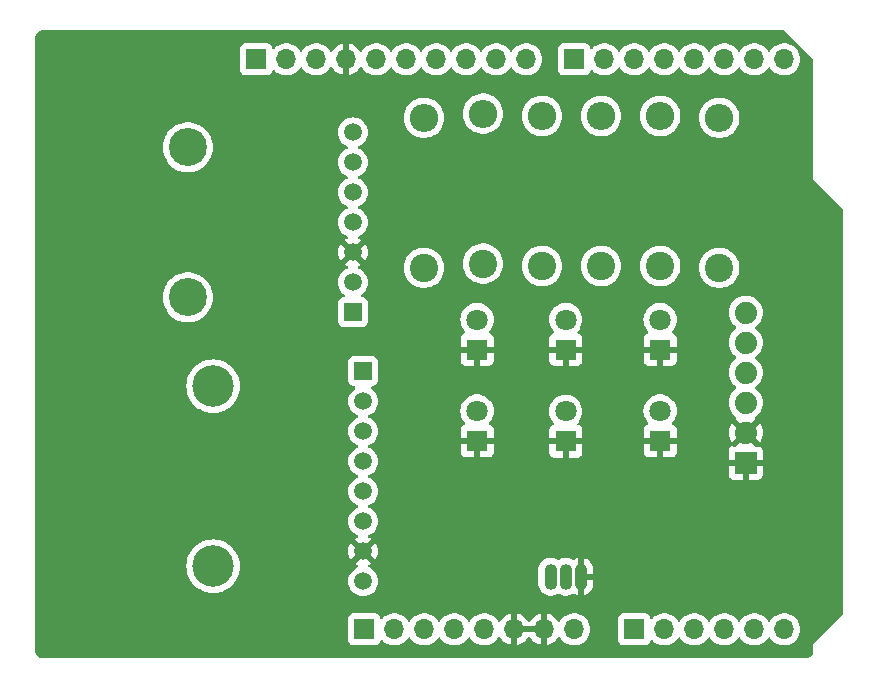
<source format=gbr>
%TF.GenerationSoftware,KiCad,Pcbnew,8.0.8*%
%TF.CreationDate,2025-03-12T20:50:06-06:00*%
%TF.ProjectId,UnoShieldFinalProject,556e6f53-6869-4656-9c64-46696e616c50,rev?*%
%TF.SameCoordinates,Original*%
%TF.FileFunction,Copper,L2,Bot*%
%TF.FilePolarity,Positive*%
%FSLAX46Y46*%
G04 Gerber Fmt 4.6, Leading zero omitted, Abs format (unit mm)*
G04 Created by KiCad (PCBNEW 8.0.8) date 2025-03-12 20:50:06*
%MOMM*%
%LPD*%
G01*
G04 APERTURE LIST*
%TA.AperFunction,ComponentPad*%
%ADD10R,1.700000X1.700000*%
%TD*%
%TA.AperFunction,ComponentPad*%
%ADD11O,1.700000X1.700000*%
%TD*%
%TA.AperFunction,ComponentPad*%
%ADD12O,1.100000X2.200000*%
%TD*%
%TA.AperFunction,ComponentPad*%
%ADD13R,1.800000X1.800000*%
%TD*%
%TA.AperFunction,ComponentPad*%
%ADD14C,1.800000*%
%TD*%
%TA.AperFunction,ComponentPad*%
%ADD15R,1.879600X1.879600*%
%TD*%
%TA.AperFunction,ComponentPad*%
%ADD16C,1.879600*%
%TD*%
%TA.AperFunction,ComponentPad*%
%ADD17C,2.400000*%
%TD*%
%TA.AperFunction,ComponentPad*%
%ADD18O,2.400000X2.400000*%
%TD*%
%TA.AperFunction,ComponentPad*%
%ADD19R,1.508000X1.508000*%
%TD*%
%TA.AperFunction,ComponentPad*%
%ADD20C,1.508000*%
%TD*%
%TA.AperFunction,ComponentPad*%
%ADD21C,3.216000*%
%TD*%
%TA.AperFunction,ComponentPad*%
%ADD22C,3.516000*%
%TD*%
G04 APERTURE END LIST*
D10*
%TO.P,J1,1,Pin_1*%
%TO.N,unconnected-(J1-Pin_1-Pad1)*%
X127940000Y-97460000D03*
D11*
%TO.P,J1,2,Pin_2*%
%TO.N,/IOREF*%
X130480000Y-97460000D03*
%TO.P,J1,3,Pin_3*%
%TO.N,/Reset*%
X133020000Y-97460000D03*
%TO.P,J1,4,Pin_4*%
%TO.N,+3V3*%
X135560000Y-97460000D03*
%TO.P,J1,5,Pin_5*%
%TO.N,+5V*%
X138100000Y-97460000D03*
%TO.P,J1,6,Pin_6*%
%TO.N,GND*%
X140640000Y-97460000D03*
%TO.P,J1,7,Pin_7*%
X143180000Y-97460000D03*
%TO.P,J1,8,Pin_8*%
%TO.N,VCC*%
X145720000Y-97460000D03*
%TD*%
D10*
%TO.P,J3,1,Pin_1*%
%TO.N,/A0*%
X150800000Y-97460000D03*
D11*
%TO.P,J3,2,Pin_2*%
%TO.N,/A1*%
X153340000Y-97460000D03*
%TO.P,J3,3,Pin_3*%
%TO.N,/A2*%
X155880000Y-97460000D03*
%TO.P,J3,4,Pin_4*%
%TO.N,/A3*%
X158420000Y-97460000D03*
%TO.P,J3,5,Pin_5*%
%TO.N,/SDA{slash}A4*%
X160960000Y-97460000D03*
%TO.P,J3,6,Pin_6*%
%TO.N,/SCL{slash}A5*%
X163500000Y-97460000D03*
%TD*%
D10*
%TO.P,J2,1,Pin_1*%
%TO.N,/SCL{slash}A5*%
X118796000Y-49200000D03*
D11*
%TO.P,J2,2,Pin_2*%
%TO.N,/SDA{slash}A4*%
X121336000Y-49200000D03*
%TO.P,J2,3,Pin_3*%
%TO.N,/AREF*%
X123876000Y-49200000D03*
%TO.P,J2,4,Pin_4*%
%TO.N,GND*%
X126416000Y-49200000D03*
%TO.P,J2,5,Pin_5*%
%TO.N,/13*%
X128956000Y-49200000D03*
%TO.P,J2,6,Pin_6*%
%TO.N,/12*%
X131496000Y-49200000D03*
%TO.P,J2,7,Pin_7*%
%TO.N,/\u002A11*%
X134036000Y-49200000D03*
%TO.P,J2,8,Pin_8*%
%TO.N,/\u002A10*%
X136576000Y-49200000D03*
%TO.P,J2,9,Pin_9*%
%TO.N,/\u002A9*%
X139116000Y-49200000D03*
%TO.P,J2,10,Pin_10*%
%TO.N,/8*%
X141656000Y-49200000D03*
%TD*%
D10*
%TO.P,J4,1,Pin_1*%
%TO.N,/7*%
X145720000Y-49200000D03*
D11*
%TO.P,J4,2,Pin_2*%
%TO.N,/\u002A6*%
X148260000Y-49200000D03*
%TO.P,J4,3,Pin_3*%
%TO.N,/\u002A5*%
X150800000Y-49200000D03*
%TO.P,J4,4,Pin_4*%
%TO.N,/4*%
X153340000Y-49200000D03*
%TO.P,J4,5,Pin_5*%
%TO.N,/\u002A3*%
X155880000Y-49200000D03*
%TO.P,J4,6,Pin_6*%
%TO.N,/2*%
X158420000Y-49200000D03*
%TO.P,J4,7,Pin_7*%
%TO.N,/TX{slash}1*%
X160960000Y-49200000D03*
%TO.P,J4,8,Pin_8*%
%TO.N,/RX{slash}0*%
X163500000Y-49200000D03*
%TD*%
D12*
%TO.P,U2,1,+VS*%
%TO.N,+5V*%
X143730000Y-93000000D03*
%TO.P,U2,2,VOUT*%
%TO.N,/A0*%
X145000000Y-93000000D03*
%TO.P,U2,3,GND*%
%TO.N,GND*%
X146270000Y-93000000D03*
%TD*%
D13*
%TO.P,D4,1,K*%
%TO.N,GND*%
X145000000Y-81540000D03*
D14*
%TO.P,D4,2,A*%
%TO.N,Net-(D4-A)*%
X145000000Y-79000000D03*
%TD*%
D15*
%TO.P,U1,1,BLK*%
%TO.N,GND*%
X160245000Y-83350000D03*
D16*
%TO.P,U1,2,GND*%
X160245000Y-80810000D03*
%TO.P,U1,3,VCC*%
%TO.N,+5V*%
X160245000Y-78270000D03*
%TO.P,U1,4,TXO*%
%TO.N,/TX{slash}1*%
X160245000Y-75730000D03*
%TO.P,U1,5,RXI*%
%TO.N,/RX{slash}0*%
X160245000Y-73190000D03*
%TO.P,U1,6,GRN*%
%TO.N,/Reset*%
X160245000Y-70650000D03*
%TD*%
D17*
%TO.P,R3,1*%
%TO.N,Net-(D3-A)*%
X148000000Y-66700000D03*
D18*
%TO.P,R3,2*%
%TO.N,/4*%
X148000000Y-54000000D03*
%TD*%
D13*
%TO.P,D2,1,K*%
%TO.N,GND*%
X153000000Y-81500000D03*
D14*
%TO.P,D2,2,A*%
%TO.N,Net-(D2-A)*%
X153000000Y-78960000D03*
%TD*%
D17*
%TO.P,R2,1*%
%TO.N,Net-(D2-A)*%
X153000000Y-66700000D03*
D18*
%TO.P,R2,2*%
%TO.N,/\u002A3*%
X153000000Y-54000000D03*
%TD*%
D17*
%TO.P,R4,1*%
%TO.N,Net-(D4-A)*%
X143000000Y-66700000D03*
D18*
%TO.P,R4,2*%
%TO.N,/\u002A5*%
X143000000Y-54000000D03*
%TD*%
D17*
%TO.P,R5,1*%
%TO.N,Net-(D5-A)*%
X138000000Y-66500000D03*
D18*
%TO.P,R5,2*%
%TO.N,/\u002A6*%
X138000000Y-53800000D03*
%TD*%
D19*
%TO.P,U3,1,VIN*%
%TO.N,+5V*%
X126985000Y-70620000D03*
D20*
%TO.P,U3,2,3VO*%
%TO.N,unconnected-(U3-3VO-Pad2)*%
X126985000Y-68080000D03*
%TO.P,U3,3,GND*%
%TO.N,GND*%
X126985000Y-65540000D03*
%TO.P,U3,4,SCK*%
%TO.N,/SCL{slash}A5*%
X126985000Y-63000000D03*
%TO.P,U3,5,SDO*%
%TO.N,unconnected-(U3-SDO-Pad5)*%
X126985000Y-60460000D03*
%TO.P,U3,6,SDI*%
%TO.N,/SDA{slash}A4*%
X126985000Y-57920000D03*
%TO.P,U3,7,CS*%
%TO.N,unconnected-(U3-CS-Pad7)*%
X126985000Y-55380000D03*
D21*
%TO.P,U3,P1*%
%TO.N,N/C*%
X113015000Y-69350000D03*
%TO.P,U3,P2*%
X113015000Y-56650000D03*
%TD*%
D19*
%TO.P,U4,1,A*%
%TO.N,unconnected-(U4-A-Pad1)*%
X127850000Y-75610000D03*
D20*
%TO.P,U4,2,SDA*%
%TO.N,/SDA{slash}A4*%
X127850000Y-78150000D03*
%TO.P,U4,3,SCL*%
%TO.N,/SCL{slash}A5*%
X127850000Y-80690000D03*
%TO.P,U4,4,I1*%
%TO.N,unconnected-(U4-I1-Pad4)*%
X127850000Y-83230000D03*
%TO.P,U4,5,I2*%
%TO.N,unconnected-(U4-I2-Pad5)*%
X127850000Y-85770000D03*
%TO.P,U4,6,3VO*%
%TO.N,unconnected-(U4-3VO-Pad6)*%
X127850000Y-88310000D03*
%TO.P,U4,7,GND*%
%TO.N,GND*%
X127850000Y-90850000D03*
%TO.P,U4,8,VIN*%
%TO.N,+5V*%
X127850000Y-93390000D03*
D22*
%TO.P,U4,P1*%
%TO.N,N/C*%
X115150000Y-92120000D03*
%TO.P,U4,P2*%
X115150000Y-76880000D03*
%TD*%
D13*
%TO.P,D6,1,K*%
%TO.N,GND*%
X137500000Y-81500000D03*
D14*
%TO.P,D6,2,A*%
%TO.N,Net-(D6-A)*%
X137500000Y-78960000D03*
%TD*%
D17*
%TO.P,R1,1*%
%TO.N,Net-(D1-A)*%
X158000000Y-66850000D03*
D18*
%TO.P,R1,2*%
%TO.N,/2*%
X158000000Y-54150000D03*
%TD*%
D13*
%TO.P,D3,1,K*%
%TO.N,GND*%
X145000000Y-73775000D03*
D14*
%TO.P,D3,2,A*%
%TO.N,Net-(D3-A)*%
X145000000Y-71235000D03*
%TD*%
D13*
%TO.P,D1,1,K*%
%TO.N,GND*%
X153000000Y-73775000D03*
D14*
%TO.P,D1,2,A*%
%TO.N,Net-(D1-A)*%
X153000000Y-71235000D03*
%TD*%
D13*
%TO.P,D5,1,K*%
%TO.N,GND*%
X137500000Y-73775000D03*
D14*
%TO.P,D5,2,A*%
%TO.N,Net-(D5-A)*%
X137500000Y-71235000D03*
%TD*%
D17*
%TO.P,R6,1*%
%TO.N,Net-(D6-A)*%
X133000000Y-66850000D03*
D18*
%TO.P,R6,2*%
%TO.N,/7*%
X133000000Y-54150000D03*
%TD*%
%TA.AperFunction,Conductor*%
%TO.N,GND*%
G36*
X142714075Y-97267007D02*
G01*
X142680000Y-97394174D01*
X142680000Y-97525826D01*
X142714075Y-97652993D01*
X142746988Y-97710000D01*
X141073012Y-97710000D01*
X141105925Y-97652993D01*
X141140000Y-97525826D01*
X141140000Y-97394174D01*
X141105925Y-97267007D01*
X141073012Y-97210000D01*
X142746988Y-97210000D01*
X142714075Y-97267007D01*
G37*
%TD.AperFunction*%
%TA.AperFunction,Conductor*%
G36*
X163484404Y-46755185D02*
G01*
X163505046Y-46771819D01*
X165928181Y-49194954D01*
X165961666Y-49256277D01*
X165964500Y-49282635D01*
X165964500Y-59344982D01*
X165964500Y-59375018D01*
X165975994Y-59402767D01*
X165975995Y-59402768D01*
X168468181Y-61894954D01*
X168501666Y-61956277D01*
X168504500Y-61982635D01*
X168504500Y-96107364D01*
X168484815Y-96174403D01*
X168468181Y-96195045D01*
X165997233Y-98665994D01*
X165975995Y-98687231D01*
X165964500Y-98714982D01*
X165964500Y-99231907D01*
X165963903Y-99244062D01*
X165952505Y-99359778D01*
X165947763Y-99383618D01*
X165917832Y-99482290D01*
X165915789Y-99489024D01*
X165906486Y-99511482D01*
X165854561Y-99608627D01*
X165841056Y-99628839D01*
X165771176Y-99713988D01*
X165753988Y-99731176D01*
X165668839Y-99801056D01*
X165648627Y-99814561D01*
X165551482Y-99866486D01*
X165529028Y-99875787D01*
X165487028Y-99888528D01*
X165423618Y-99907763D01*
X165399778Y-99912505D01*
X165291162Y-99923203D01*
X165284060Y-99923903D01*
X165271907Y-99924500D01*
X100768093Y-99924500D01*
X100755939Y-99923903D01*
X100747995Y-99923120D01*
X100640221Y-99912505D01*
X100616381Y-99907763D01*
X100599445Y-99902625D01*
X100510968Y-99875786D01*
X100488517Y-99866486D01*
X100391372Y-99814561D01*
X100371160Y-99801056D01*
X100286011Y-99731176D01*
X100268823Y-99713988D01*
X100198943Y-99628839D01*
X100185438Y-99608627D01*
X100133510Y-99511476D01*
X100124215Y-99489037D01*
X100092234Y-99383612D01*
X100087494Y-99359777D01*
X100076097Y-99244061D01*
X100075500Y-99231907D01*
X100075500Y-96561345D01*
X126581500Y-96561345D01*
X126581500Y-98358654D01*
X126588011Y-98419202D01*
X126588011Y-98419204D01*
X126639111Y-98556204D01*
X126726739Y-98673261D01*
X126843796Y-98760889D01*
X126980799Y-98811989D01*
X127008050Y-98814918D01*
X127041345Y-98818499D01*
X127041362Y-98818500D01*
X128838638Y-98818500D01*
X128838654Y-98818499D01*
X128865692Y-98815591D01*
X128899201Y-98811989D01*
X129036204Y-98760889D01*
X129153261Y-98673261D01*
X129240889Y-98556204D01*
X129286138Y-98434887D01*
X129328009Y-98378956D01*
X129393474Y-98354539D01*
X129461746Y-98369391D01*
X129493545Y-98394236D01*
X129556760Y-98462906D01*
X129734424Y-98601189D01*
X129734425Y-98601189D01*
X129734427Y-98601191D01*
X129861135Y-98669761D01*
X129932426Y-98708342D01*
X130145365Y-98781444D01*
X130367431Y-98818500D01*
X130592569Y-98818500D01*
X130814635Y-98781444D01*
X131027574Y-98708342D01*
X131225576Y-98601189D01*
X131403240Y-98462906D01*
X131524594Y-98331082D01*
X131555715Y-98297276D01*
X131555715Y-98297275D01*
X131555722Y-98297268D01*
X131646193Y-98158790D01*
X131699338Y-98113437D01*
X131768569Y-98104013D01*
X131831905Y-98133515D01*
X131853804Y-98158787D01*
X131944278Y-98297268D01*
X131944283Y-98297273D01*
X131944284Y-98297276D01*
X132070968Y-98434889D01*
X132096760Y-98462906D01*
X132274424Y-98601189D01*
X132274425Y-98601189D01*
X132274427Y-98601191D01*
X132401135Y-98669761D01*
X132472426Y-98708342D01*
X132685365Y-98781444D01*
X132907431Y-98818500D01*
X133132569Y-98818500D01*
X133354635Y-98781444D01*
X133567574Y-98708342D01*
X133765576Y-98601189D01*
X133943240Y-98462906D01*
X134064594Y-98331082D01*
X134095715Y-98297276D01*
X134095715Y-98297275D01*
X134095722Y-98297268D01*
X134186193Y-98158790D01*
X134239338Y-98113437D01*
X134308569Y-98104013D01*
X134371905Y-98133515D01*
X134393804Y-98158787D01*
X134484278Y-98297268D01*
X134484283Y-98297273D01*
X134484284Y-98297276D01*
X134610968Y-98434889D01*
X134636760Y-98462906D01*
X134814424Y-98601189D01*
X134814425Y-98601189D01*
X134814427Y-98601191D01*
X134941135Y-98669761D01*
X135012426Y-98708342D01*
X135225365Y-98781444D01*
X135447431Y-98818500D01*
X135672569Y-98818500D01*
X135894635Y-98781444D01*
X136107574Y-98708342D01*
X136305576Y-98601189D01*
X136483240Y-98462906D01*
X136604594Y-98331082D01*
X136635715Y-98297276D01*
X136635715Y-98297275D01*
X136635722Y-98297268D01*
X136726193Y-98158790D01*
X136779338Y-98113437D01*
X136848569Y-98104013D01*
X136911905Y-98133515D01*
X136933804Y-98158787D01*
X137024278Y-98297268D01*
X137024283Y-98297273D01*
X137024284Y-98297276D01*
X137150968Y-98434889D01*
X137176760Y-98462906D01*
X137354424Y-98601189D01*
X137354425Y-98601189D01*
X137354427Y-98601191D01*
X137481135Y-98669761D01*
X137552426Y-98708342D01*
X137765365Y-98781444D01*
X137987431Y-98818500D01*
X138212569Y-98818500D01*
X138434635Y-98781444D01*
X138647574Y-98708342D01*
X138845576Y-98601189D01*
X139023240Y-98462906D01*
X139144594Y-98331082D01*
X139175715Y-98297276D01*
X139175715Y-98297275D01*
X139175722Y-98297268D01*
X139269749Y-98153347D01*
X139322894Y-98107994D01*
X139392125Y-98098570D01*
X139455461Y-98128072D01*
X139475130Y-98150048D01*
X139601890Y-98331078D01*
X139768917Y-98498105D01*
X139962421Y-98633600D01*
X140176507Y-98733429D01*
X140176516Y-98733433D01*
X140390000Y-98790634D01*
X140390000Y-97893012D01*
X140447007Y-97925925D01*
X140574174Y-97960000D01*
X140705826Y-97960000D01*
X140832993Y-97925925D01*
X140890000Y-97893012D01*
X140890000Y-98790633D01*
X141103483Y-98733433D01*
X141103492Y-98733429D01*
X141317578Y-98633600D01*
X141511082Y-98498105D01*
X141678105Y-98331082D01*
X141808425Y-98144968D01*
X141863002Y-98101344D01*
X141932501Y-98094151D01*
X141994855Y-98125673D01*
X142011575Y-98144968D01*
X142141894Y-98331082D01*
X142308917Y-98498105D01*
X142502421Y-98633600D01*
X142716507Y-98733429D01*
X142716516Y-98733433D01*
X142930000Y-98790634D01*
X142930000Y-97893012D01*
X142987007Y-97925925D01*
X143114174Y-97960000D01*
X143245826Y-97960000D01*
X143372993Y-97925925D01*
X143430000Y-97893012D01*
X143430000Y-98790633D01*
X143643483Y-98733433D01*
X143643492Y-98733429D01*
X143857578Y-98633600D01*
X144051082Y-98498105D01*
X144218105Y-98331082D01*
X144344868Y-98150048D01*
X144399445Y-98106423D01*
X144468944Y-98099231D01*
X144531298Y-98130753D01*
X144550251Y-98153350D01*
X144644276Y-98297265D01*
X144644284Y-98297276D01*
X144770968Y-98434889D01*
X144796760Y-98462906D01*
X144974424Y-98601189D01*
X144974425Y-98601189D01*
X144974427Y-98601191D01*
X145101135Y-98669761D01*
X145172426Y-98708342D01*
X145385365Y-98781444D01*
X145607431Y-98818500D01*
X145832569Y-98818500D01*
X146054635Y-98781444D01*
X146267574Y-98708342D01*
X146465576Y-98601189D01*
X146643240Y-98462906D01*
X146764594Y-98331082D01*
X146795715Y-98297276D01*
X146795717Y-98297273D01*
X146795722Y-98297268D01*
X146918860Y-98108791D01*
X147009296Y-97902616D01*
X147064564Y-97684368D01*
X147067164Y-97652993D01*
X147083156Y-97460005D01*
X147083156Y-97459994D01*
X147064565Y-97235640D01*
X147064563Y-97235628D01*
X147009296Y-97017385D01*
X146999071Y-96994075D01*
X146918860Y-96811209D01*
X146902706Y-96786484D01*
X146795723Y-96622734D01*
X146795715Y-96622723D01*
X146739212Y-96561345D01*
X149441500Y-96561345D01*
X149441500Y-98358654D01*
X149448011Y-98419202D01*
X149448011Y-98419204D01*
X149499111Y-98556204D01*
X149586739Y-98673261D01*
X149703796Y-98760889D01*
X149840799Y-98811989D01*
X149868050Y-98814918D01*
X149901345Y-98818499D01*
X149901362Y-98818500D01*
X151698638Y-98818500D01*
X151698654Y-98818499D01*
X151725692Y-98815591D01*
X151759201Y-98811989D01*
X151896204Y-98760889D01*
X152013261Y-98673261D01*
X152100889Y-98556204D01*
X152146138Y-98434887D01*
X152188009Y-98378956D01*
X152253474Y-98354539D01*
X152321746Y-98369391D01*
X152353545Y-98394236D01*
X152416760Y-98462906D01*
X152594424Y-98601189D01*
X152594425Y-98601189D01*
X152594427Y-98601191D01*
X152721135Y-98669761D01*
X152792426Y-98708342D01*
X153005365Y-98781444D01*
X153227431Y-98818500D01*
X153452569Y-98818500D01*
X153674635Y-98781444D01*
X153887574Y-98708342D01*
X154085576Y-98601189D01*
X154263240Y-98462906D01*
X154384594Y-98331082D01*
X154415715Y-98297276D01*
X154415715Y-98297275D01*
X154415722Y-98297268D01*
X154506193Y-98158790D01*
X154559338Y-98113437D01*
X154628569Y-98104013D01*
X154691905Y-98133515D01*
X154713804Y-98158787D01*
X154804278Y-98297268D01*
X154804283Y-98297273D01*
X154804284Y-98297276D01*
X154930968Y-98434889D01*
X154956760Y-98462906D01*
X155134424Y-98601189D01*
X155134425Y-98601189D01*
X155134427Y-98601191D01*
X155261135Y-98669761D01*
X155332426Y-98708342D01*
X155545365Y-98781444D01*
X155767431Y-98818500D01*
X155992569Y-98818500D01*
X156214635Y-98781444D01*
X156427574Y-98708342D01*
X156625576Y-98601189D01*
X156803240Y-98462906D01*
X156924594Y-98331082D01*
X156955715Y-98297276D01*
X156955715Y-98297275D01*
X156955722Y-98297268D01*
X157046193Y-98158790D01*
X157099338Y-98113437D01*
X157168569Y-98104013D01*
X157231905Y-98133515D01*
X157253804Y-98158787D01*
X157344278Y-98297268D01*
X157344283Y-98297273D01*
X157344284Y-98297276D01*
X157470968Y-98434889D01*
X157496760Y-98462906D01*
X157674424Y-98601189D01*
X157674425Y-98601189D01*
X157674427Y-98601191D01*
X157801135Y-98669761D01*
X157872426Y-98708342D01*
X158085365Y-98781444D01*
X158307431Y-98818500D01*
X158532569Y-98818500D01*
X158754635Y-98781444D01*
X158967574Y-98708342D01*
X159165576Y-98601189D01*
X159343240Y-98462906D01*
X159464594Y-98331082D01*
X159495715Y-98297276D01*
X159495715Y-98297275D01*
X159495722Y-98297268D01*
X159586193Y-98158790D01*
X159639338Y-98113437D01*
X159708569Y-98104013D01*
X159771905Y-98133515D01*
X159793804Y-98158787D01*
X159884278Y-98297268D01*
X159884283Y-98297273D01*
X159884284Y-98297276D01*
X160010968Y-98434889D01*
X160036760Y-98462906D01*
X160214424Y-98601189D01*
X160214425Y-98601189D01*
X160214427Y-98601191D01*
X160341135Y-98669761D01*
X160412426Y-98708342D01*
X160625365Y-98781444D01*
X160847431Y-98818500D01*
X161072569Y-98818500D01*
X161294635Y-98781444D01*
X161507574Y-98708342D01*
X161705576Y-98601189D01*
X161883240Y-98462906D01*
X162004594Y-98331082D01*
X162035715Y-98297276D01*
X162035715Y-98297275D01*
X162035722Y-98297268D01*
X162126193Y-98158790D01*
X162179338Y-98113437D01*
X162248569Y-98104013D01*
X162311905Y-98133515D01*
X162333804Y-98158787D01*
X162424278Y-98297268D01*
X162424283Y-98297273D01*
X162424284Y-98297276D01*
X162550968Y-98434889D01*
X162576760Y-98462906D01*
X162754424Y-98601189D01*
X162754425Y-98601189D01*
X162754427Y-98601191D01*
X162881135Y-98669761D01*
X162952426Y-98708342D01*
X163165365Y-98781444D01*
X163387431Y-98818500D01*
X163612569Y-98818500D01*
X163834635Y-98781444D01*
X164047574Y-98708342D01*
X164245576Y-98601189D01*
X164423240Y-98462906D01*
X164544594Y-98331082D01*
X164575715Y-98297276D01*
X164575717Y-98297273D01*
X164575722Y-98297268D01*
X164698860Y-98108791D01*
X164789296Y-97902616D01*
X164844564Y-97684368D01*
X164847164Y-97652993D01*
X164863156Y-97460005D01*
X164863156Y-97459994D01*
X164844565Y-97235640D01*
X164844563Y-97235628D01*
X164789296Y-97017385D01*
X164779071Y-96994075D01*
X164698860Y-96811209D01*
X164682706Y-96786484D01*
X164575723Y-96622734D01*
X164575715Y-96622723D01*
X164423243Y-96457097D01*
X164423238Y-96457092D01*
X164245577Y-96318812D01*
X164245572Y-96318808D01*
X164047580Y-96211661D01*
X164047577Y-96211659D01*
X164047574Y-96211658D01*
X164047571Y-96211657D01*
X164047569Y-96211656D01*
X163834637Y-96138556D01*
X163612569Y-96101500D01*
X163387431Y-96101500D01*
X163165362Y-96138556D01*
X162952430Y-96211656D01*
X162952419Y-96211661D01*
X162754427Y-96318808D01*
X162754422Y-96318812D01*
X162576761Y-96457092D01*
X162576756Y-96457097D01*
X162424284Y-96622723D01*
X162424276Y-96622734D01*
X162333808Y-96761206D01*
X162280662Y-96806562D01*
X162211431Y-96815986D01*
X162148095Y-96786484D01*
X162126192Y-96761206D01*
X162035723Y-96622734D01*
X162035715Y-96622723D01*
X161883243Y-96457097D01*
X161883238Y-96457092D01*
X161705577Y-96318812D01*
X161705572Y-96318808D01*
X161507580Y-96211661D01*
X161507577Y-96211659D01*
X161507574Y-96211658D01*
X161507571Y-96211657D01*
X161507569Y-96211656D01*
X161294637Y-96138556D01*
X161072569Y-96101500D01*
X160847431Y-96101500D01*
X160625362Y-96138556D01*
X160412430Y-96211656D01*
X160412419Y-96211661D01*
X160214427Y-96318808D01*
X160214422Y-96318812D01*
X160036761Y-96457092D01*
X160036756Y-96457097D01*
X159884284Y-96622723D01*
X159884276Y-96622734D01*
X159793808Y-96761206D01*
X159740662Y-96806562D01*
X159671431Y-96815986D01*
X159608095Y-96786484D01*
X159586192Y-96761206D01*
X159495723Y-96622734D01*
X159495715Y-96622723D01*
X159343243Y-96457097D01*
X159343238Y-96457092D01*
X159165577Y-96318812D01*
X159165572Y-96318808D01*
X158967580Y-96211661D01*
X158967577Y-96211659D01*
X158967574Y-96211658D01*
X158967571Y-96211657D01*
X158967569Y-96211656D01*
X158754637Y-96138556D01*
X158532569Y-96101500D01*
X158307431Y-96101500D01*
X158085362Y-96138556D01*
X157872430Y-96211656D01*
X157872419Y-96211661D01*
X157674427Y-96318808D01*
X157674422Y-96318812D01*
X157496761Y-96457092D01*
X157496756Y-96457097D01*
X157344284Y-96622723D01*
X157344276Y-96622734D01*
X157253808Y-96761206D01*
X157200662Y-96806562D01*
X157131431Y-96815986D01*
X157068095Y-96786484D01*
X157046192Y-96761206D01*
X156955723Y-96622734D01*
X156955715Y-96622723D01*
X156803243Y-96457097D01*
X156803238Y-96457092D01*
X156625577Y-96318812D01*
X156625572Y-96318808D01*
X156427580Y-96211661D01*
X156427577Y-96211659D01*
X156427574Y-96211658D01*
X156427571Y-96211657D01*
X156427569Y-96211656D01*
X156214637Y-96138556D01*
X155992569Y-96101500D01*
X155767431Y-96101500D01*
X155545362Y-96138556D01*
X155332430Y-96211656D01*
X155332419Y-96211661D01*
X155134427Y-96318808D01*
X155134422Y-96318812D01*
X154956761Y-96457092D01*
X154956756Y-96457097D01*
X154804284Y-96622723D01*
X154804276Y-96622734D01*
X154713808Y-96761206D01*
X154660662Y-96806562D01*
X154591431Y-96815986D01*
X154528095Y-96786484D01*
X154506192Y-96761206D01*
X154415723Y-96622734D01*
X154415715Y-96622723D01*
X154263243Y-96457097D01*
X154263238Y-96457092D01*
X154085577Y-96318812D01*
X154085572Y-96318808D01*
X153887580Y-96211661D01*
X153887577Y-96211659D01*
X153887574Y-96211658D01*
X153887571Y-96211657D01*
X153887569Y-96211656D01*
X153674637Y-96138556D01*
X153452569Y-96101500D01*
X153227431Y-96101500D01*
X153005362Y-96138556D01*
X152792430Y-96211656D01*
X152792419Y-96211661D01*
X152594427Y-96318808D01*
X152594422Y-96318812D01*
X152416761Y-96457092D01*
X152353548Y-96525760D01*
X152293661Y-96561750D01*
X152223823Y-96559649D01*
X152166207Y-96520124D01*
X152146138Y-96485110D01*
X152100889Y-96363796D01*
X152067214Y-96318812D01*
X152013261Y-96246739D01*
X151896204Y-96159111D01*
X151895172Y-96158726D01*
X151759203Y-96108011D01*
X151698654Y-96101500D01*
X151698638Y-96101500D01*
X149901362Y-96101500D01*
X149901345Y-96101500D01*
X149840797Y-96108011D01*
X149840795Y-96108011D01*
X149703795Y-96159111D01*
X149586739Y-96246739D01*
X149499111Y-96363795D01*
X149448011Y-96500795D01*
X149448011Y-96500797D01*
X149441500Y-96561345D01*
X146739212Y-96561345D01*
X146643243Y-96457097D01*
X146643238Y-96457092D01*
X146465577Y-96318812D01*
X146465572Y-96318808D01*
X146267580Y-96211661D01*
X146267577Y-96211659D01*
X146267574Y-96211658D01*
X146267571Y-96211657D01*
X146267569Y-96211656D01*
X146054637Y-96138556D01*
X145832569Y-96101500D01*
X145607431Y-96101500D01*
X145385362Y-96138556D01*
X145172430Y-96211656D01*
X145172419Y-96211661D01*
X144974427Y-96318808D01*
X144974422Y-96318812D01*
X144796761Y-96457092D01*
X144796756Y-96457097D01*
X144644284Y-96622723D01*
X144644276Y-96622734D01*
X144550251Y-96766650D01*
X144497105Y-96812007D01*
X144427873Y-96821430D01*
X144364538Y-96791928D01*
X144344868Y-96769951D01*
X144218113Y-96588926D01*
X144218108Y-96588920D01*
X144051082Y-96421894D01*
X143857578Y-96286399D01*
X143643492Y-96186570D01*
X143643486Y-96186567D01*
X143430000Y-96129364D01*
X143430000Y-97026988D01*
X143372993Y-96994075D01*
X143245826Y-96960000D01*
X143114174Y-96960000D01*
X142987007Y-96994075D01*
X142930000Y-97026988D01*
X142930000Y-96129364D01*
X142929999Y-96129364D01*
X142716513Y-96186567D01*
X142716507Y-96186570D01*
X142502422Y-96286399D01*
X142502420Y-96286400D01*
X142308926Y-96421886D01*
X142308920Y-96421891D01*
X142141891Y-96588920D01*
X142141890Y-96588922D01*
X142011575Y-96775031D01*
X141956998Y-96818655D01*
X141887499Y-96825848D01*
X141825145Y-96794326D01*
X141808425Y-96775031D01*
X141678109Y-96588922D01*
X141678108Y-96588920D01*
X141511082Y-96421894D01*
X141317578Y-96286399D01*
X141103492Y-96186570D01*
X141103486Y-96186567D01*
X140890000Y-96129364D01*
X140890000Y-97026988D01*
X140832993Y-96994075D01*
X140705826Y-96960000D01*
X140574174Y-96960000D01*
X140447007Y-96994075D01*
X140390000Y-97026988D01*
X140390000Y-96129364D01*
X140389999Y-96129364D01*
X140176513Y-96186567D01*
X140176507Y-96186570D01*
X139962422Y-96286399D01*
X139962420Y-96286400D01*
X139768926Y-96421886D01*
X139768920Y-96421891D01*
X139601891Y-96588920D01*
X139601890Y-96588922D01*
X139475131Y-96769952D01*
X139420554Y-96813577D01*
X139351055Y-96820769D01*
X139288701Y-96789247D01*
X139269752Y-96766656D01*
X139175722Y-96622732D01*
X139175715Y-96622725D01*
X139175715Y-96622723D01*
X139023243Y-96457097D01*
X139023238Y-96457092D01*
X138845577Y-96318812D01*
X138845572Y-96318808D01*
X138647580Y-96211661D01*
X138647577Y-96211659D01*
X138647574Y-96211658D01*
X138647571Y-96211657D01*
X138647569Y-96211656D01*
X138434637Y-96138556D01*
X138212569Y-96101500D01*
X137987431Y-96101500D01*
X137765362Y-96138556D01*
X137552430Y-96211656D01*
X137552419Y-96211661D01*
X137354427Y-96318808D01*
X137354422Y-96318812D01*
X137176761Y-96457092D01*
X137176756Y-96457097D01*
X137024284Y-96622723D01*
X137024276Y-96622734D01*
X136933808Y-96761206D01*
X136880662Y-96806562D01*
X136811431Y-96815986D01*
X136748095Y-96786484D01*
X136726192Y-96761206D01*
X136635723Y-96622734D01*
X136635715Y-96622723D01*
X136483243Y-96457097D01*
X136483238Y-96457092D01*
X136305577Y-96318812D01*
X136305572Y-96318808D01*
X136107580Y-96211661D01*
X136107577Y-96211659D01*
X136107574Y-96211658D01*
X136107571Y-96211657D01*
X136107569Y-96211656D01*
X135894637Y-96138556D01*
X135672569Y-96101500D01*
X135447431Y-96101500D01*
X135225362Y-96138556D01*
X135012430Y-96211656D01*
X135012419Y-96211661D01*
X134814427Y-96318808D01*
X134814422Y-96318812D01*
X134636761Y-96457092D01*
X134636756Y-96457097D01*
X134484284Y-96622723D01*
X134484276Y-96622734D01*
X134393808Y-96761206D01*
X134340662Y-96806562D01*
X134271431Y-96815986D01*
X134208095Y-96786484D01*
X134186192Y-96761206D01*
X134095723Y-96622734D01*
X134095715Y-96622723D01*
X133943243Y-96457097D01*
X133943238Y-96457092D01*
X133765577Y-96318812D01*
X133765572Y-96318808D01*
X133567580Y-96211661D01*
X133567577Y-96211659D01*
X133567574Y-96211658D01*
X133567571Y-96211657D01*
X133567569Y-96211656D01*
X133354637Y-96138556D01*
X133132569Y-96101500D01*
X132907431Y-96101500D01*
X132685362Y-96138556D01*
X132472430Y-96211656D01*
X132472419Y-96211661D01*
X132274427Y-96318808D01*
X132274422Y-96318812D01*
X132096761Y-96457092D01*
X132096756Y-96457097D01*
X131944284Y-96622723D01*
X131944276Y-96622734D01*
X131853808Y-96761206D01*
X131800662Y-96806562D01*
X131731431Y-96815986D01*
X131668095Y-96786484D01*
X131646192Y-96761206D01*
X131555723Y-96622734D01*
X131555715Y-96622723D01*
X131403243Y-96457097D01*
X131403238Y-96457092D01*
X131225577Y-96318812D01*
X131225572Y-96318808D01*
X131027580Y-96211661D01*
X131027577Y-96211659D01*
X131027574Y-96211658D01*
X131027571Y-96211657D01*
X131027569Y-96211656D01*
X130814637Y-96138556D01*
X130592569Y-96101500D01*
X130367431Y-96101500D01*
X130145362Y-96138556D01*
X129932430Y-96211656D01*
X129932419Y-96211661D01*
X129734427Y-96318808D01*
X129734422Y-96318812D01*
X129556761Y-96457092D01*
X129493548Y-96525760D01*
X129433661Y-96561750D01*
X129363823Y-96559649D01*
X129306207Y-96520124D01*
X129286138Y-96485110D01*
X129240889Y-96363796D01*
X129207214Y-96318812D01*
X129153261Y-96246739D01*
X129036204Y-96159111D01*
X129035172Y-96158726D01*
X128899203Y-96108011D01*
X128838654Y-96101500D01*
X128838638Y-96101500D01*
X127041362Y-96101500D01*
X127041345Y-96101500D01*
X126980797Y-96108011D01*
X126980795Y-96108011D01*
X126843795Y-96159111D01*
X126726739Y-96246739D01*
X126639111Y-96363795D01*
X126588011Y-96500795D01*
X126588011Y-96500797D01*
X126581500Y-96561345D01*
X100075500Y-96561345D01*
X100075500Y-92120000D01*
X112878637Y-92120000D01*
X112898069Y-92416470D01*
X112898071Y-92416482D01*
X112956030Y-92707863D01*
X112956035Y-92707883D01*
X113051530Y-92989205D01*
X113051534Y-92989215D01*
X113182939Y-93255678D01*
X113182942Y-93255682D01*
X113282951Y-93405356D01*
X113348008Y-93502719D01*
X113543903Y-93726096D01*
X113696613Y-93860018D01*
X113767282Y-93921993D01*
X114014318Y-94087058D01*
X114014321Y-94087060D01*
X114280784Y-94218465D01*
X114280794Y-94218469D01*
X114562116Y-94313964D01*
X114562128Y-94313968D01*
X114853528Y-94371931D01*
X115150000Y-94391363D01*
X115446472Y-94371931D01*
X115737872Y-94313968D01*
X115873852Y-94267809D01*
X116019205Y-94218469D01*
X116019215Y-94218465D01*
X116285678Y-94087060D01*
X116285678Y-94087059D01*
X116285682Y-94087058D01*
X116532718Y-93921993D01*
X116756096Y-93726096D01*
X116951993Y-93502718D01*
X117117058Y-93255682D01*
X117248466Y-92989213D01*
X117264245Y-92942731D01*
X117327516Y-92756338D01*
X117343968Y-92707872D01*
X117401931Y-92416472D01*
X117421363Y-92120000D01*
X117401931Y-91823528D01*
X117343968Y-91532128D01*
X117326067Y-91479392D01*
X117248469Y-91250794D01*
X117248465Y-91250784D01*
X117117060Y-90984322D01*
X117027309Y-90850001D01*
X116951993Y-90737282D01*
X116859152Y-90631417D01*
X116756096Y-90513903D01*
X116532719Y-90318008D01*
X116285678Y-90152939D01*
X116019215Y-90021534D01*
X116019205Y-90021530D01*
X115737883Y-89926035D01*
X115737874Y-89926032D01*
X115737872Y-89926032D01*
X115737867Y-89926031D01*
X115737863Y-89926030D01*
X115446482Y-89868071D01*
X115446472Y-89868069D01*
X115150000Y-89848637D01*
X114853528Y-89868069D01*
X114853522Y-89868070D01*
X114853517Y-89868071D01*
X114562136Y-89926030D01*
X114562116Y-89926035D01*
X114280794Y-90021530D01*
X114280784Y-90021534D01*
X114014322Y-90152939D01*
X113767280Y-90318008D01*
X113543903Y-90513903D01*
X113348008Y-90737280D01*
X113182939Y-90984322D01*
X113051534Y-91250784D01*
X113051530Y-91250794D01*
X112956035Y-91532116D01*
X112956030Y-91532136D01*
X112937000Y-91627808D01*
X112898069Y-91823528D01*
X112889870Y-91948614D01*
X112878637Y-92120000D01*
X100075500Y-92120000D01*
X100075500Y-76880000D01*
X112878637Y-76880000D01*
X112898069Y-77176470D01*
X112898071Y-77176482D01*
X112956030Y-77467863D01*
X112956035Y-77467883D01*
X113051530Y-77749205D01*
X113051534Y-77749215D01*
X113182939Y-78015678D01*
X113348008Y-78262719D01*
X113543903Y-78486096D01*
X113654909Y-78583445D01*
X113767282Y-78681993D01*
X113895068Y-78767377D01*
X114014321Y-78847060D01*
X114280784Y-78978465D01*
X114280794Y-78978469D01*
X114562116Y-79073964D01*
X114562128Y-79073968D01*
X114853528Y-79131931D01*
X115150000Y-79151363D01*
X115446472Y-79131931D01*
X115737872Y-79073968D01*
X115955776Y-79000000D01*
X116019205Y-78978469D01*
X116019215Y-78978465D01*
X116056671Y-78959994D01*
X116285682Y-78847058D01*
X116532718Y-78681993D01*
X116756096Y-78486096D01*
X116951993Y-78262718D01*
X117027311Y-78149997D01*
X126582677Y-78149997D01*
X126582677Y-78150002D01*
X126601929Y-78370062D01*
X126601930Y-78370070D01*
X126659104Y-78583445D01*
X126659105Y-78583447D01*
X126659106Y-78583450D01*
X126705057Y-78681993D01*
X126752466Y-78783662D01*
X126752468Y-78783666D01*
X126879170Y-78964615D01*
X126879175Y-78964621D01*
X127035378Y-79120824D01*
X127035384Y-79120829D01*
X127216333Y-79247531D01*
X127216335Y-79247532D01*
X127216338Y-79247534D01*
X127335748Y-79303215D01*
X127345189Y-79307618D01*
X127397628Y-79353790D01*
X127416780Y-79420984D01*
X127396564Y-79487865D01*
X127345189Y-79532382D01*
X127216340Y-79592465D01*
X127216338Y-79592466D01*
X127035377Y-79719175D01*
X126879175Y-79875377D01*
X126752466Y-80056338D01*
X126752465Y-80056340D01*
X126659107Y-80256548D01*
X126659104Y-80256554D01*
X126601930Y-80469929D01*
X126601929Y-80469937D01*
X126582677Y-80689997D01*
X126582677Y-80690002D01*
X126601929Y-80910062D01*
X126601930Y-80910070D01*
X126659104Y-81123445D01*
X126659105Y-81123447D01*
X126659106Y-81123450D01*
X126718117Y-81250000D01*
X126752466Y-81323662D01*
X126752468Y-81323666D01*
X126879170Y-81504615D01*
X126879175Y-81504621D01*
X127035378Y-81660824D01*
X127035384Y-81660829D01*
X127216333Y-81787531D01*
X127216335Y-81787532D01*
X127216338Y-81787534D01*
X127335748Y-81843215D01*
X127345189Y-81847618D01*
X127397628Y-81893790D01*
X127416780Y-81960984D01*
X127396564Y-82027865D01*
X127345189Y-82072382D01*
X127216340Y-82132465D01*
X127216338Y-82132466D01*
X127035377Y-82259175D01*
X126879175Y-82415377D01*
X126752466Y-82596338D01*
X126752465Y-82596340D01*
X126659107Y-82796548D01*
X126659104Y-82796554D01*
X126601930Y-83009929D01*
X126601929Y-83009937D01*
X126582677Y-83229997D01*
X126582677Y-83230002D01*
X126601929Y-83450062D01*
X126601930Y-83450070D01*
X126659104Y-83663445D01*
X126659105Y-83663447D01*
X126659106Y-83663450D01*
X126702497Y-83756502D01*
X126752466Y-83863662D01*
X126752468Y-83863666D01*
X126879170Y-84044615D01*
X126879175Y-84044621D01*
X127035378Y-84200824D01*
X127035384Y-84200829D01*
X127216333Y-84327531D01*
X127216335Y-84327532D01*
X127216338Y-84327534D01*
X127335748Y-84383215D01*
X127345189Y-84387618D01*
X127397628Y-84433790D01*
X127416780Y-84500984D01*
X127396564Y-84567865D01*
X127345189Y-84612382D01*
X127216340Y-84672465D01*
X127216338Y-84672466D01*
X127035377Y-84799175D01*
X126879175Y-84955377D01*
X126752466Y-85136338D01*
X126752465Y-85136340D01*
X126659107Y-85336548D01*
X126659104Y-85336554D01*
X126601930Y-85549929D01*
X126601929Y-85549937D01*
X126582677Y-85769997D01*
X126582677Y-85770002D01*
X126601929Y-85990062D01*
X126601930Y-85990070D01*
X126659104Y-86203445D01*
X126659105Y-86203447D01*
X126659106Y-86203450D01*
X126752466Y-86403662D01*
X126752468Y-86403666D01*
X126879170Y-86584615D01*
X126879175Y-86584621D01*
X127035378Y-86740824D01*
X127035384Y-86740829D01*
X127216333Y-86867531D01*
X127216335Y-86867532D01*
X127216338Y-86867534D01*
X127335748Y-86923215D01*
X127345189Y-86927618D01*
X127397628Y-86973790D01*
X127416780Y-87040984D01*
X127396564Y-87107865D01*
X127345189Y-87152382D01*
X127216340Y-87212465D01*
X127216338Y-87212466D01*
X127035377Y-87339175D01*
X126879175Y-87495377D01*
X126752466Y-87676338D01*
X126752465Y-87676340D01*
X126659107Y-87876548D01*
X126659104Y-87876554D01*
X126601930Y-88089929D01*
X126601929Y-88089937D01*
X126582677Y-88309997D01*
X126582677Y-88310002D01*
X126601929Y-88530062D01*
X126601930Y-88530070D01*
X126659104Y-88743445D01*
X126659105Y-88743447D01*
X126659106Y-88743450D01*
X126752466Y-88943662D01*
X126752468Y-88943666D01*
X126879170Y-89124615D01*
X126879175Y-89124621D01*
X127035378Y-89280824D01*
X127035384Y-89280829D01*
X127216333Y-89407531D01*
X127216335Y-89407532D01*
X127216338Y-89407534D01*
X127355245Y-89472307D01*
X127407685Y-89518479D01*
X127426837Y-89585672D01*
X127406622Y-89652554D01*
X127355246Y-89697071D01*
X127220606Y-89759855D01*
X127220604Y-89759856D01*
X127157556Y-89804003D01*
X127157555Y-89804003D01*
X127720590Y-90367037D01*
X127657007Y-90384075D01*
X127542993Y-90449901D01*
X127449901Y-90542993D01*
X127384075Y-90657007D01*
X127367037Y-90720590D01*
X126804003Y-90157555D01*
X126804003Y-90157556D01*
X126759856Y-90220604D01*
X126759855Y-90220606D01*
X126667124Y-90419466D01*
X126667121Y-90419475D01*
X126610335Y-90631407D01*
X126610333Y-90631417D01*
X126591210Y-90849999D01*
X126591210Y-90850000D01*
X126610333Y-91068582D01*
X126610335Y-91068592D01*
X126667121Y-91280524D01*
X126667125Y-91280533D01*
X126759854Y-91479392D01*
X126804003Y-91542443D01*
X127367037Y-90979409D01*
X127384075Y-91042993D01*
X127449901Y-91157007D01*
X127542993Y-91250099D01*
X127657007Y-91315925D01*
X127720590Y-91332962D01*
X127157555Y-91895996D01*
X127220601Y-91940142D01*
X127220609Y-91940146D01*
X127355245Y-92002928D01*
X127407685Y-92049100D01*
X127426837Y-92116294D01*
X127406621Y-92183175D01*
X127355246Y-92227692D01*
X127216340Y-92292465D01*
X127216338Y-92292466D01*
X127035377Y-92419175D01*
X126879175Y-92575377D01*
X126752466Y-92756338D01*
X126752465Y-92756340D01*
X126659107Y-92956548D01*
X126659104Y-92956554D01*
X126601930Y-93169929D01*
X126601929Y-93169937D01*
X126582677Y-93389997D01*
X126582677Y-93390002D01*
X126601929Y-93610062D01*
X126601930Y-93610070D01*
X126659104Y-93823445D01*
X126659105Y-93823447D01*
X126659106Y-93823450D01*
X126705057Y-93921993D01*
X126752466Y-94023662D01*
X126752468Y-94023666D01*
X126879170Y-94204615D01*
X126879175Y-94204621D01*
X127035378Y-94360824D01*
X127035384Y-94360829D01*
X127216333Y-94487531D01*
X127216335Y-94487532D01*
X127216338Y-94487534D01*
X127416550Y-94580894D01*
X127629932Y-94638070D01*
X127787123Y-94651822D01*
X127849998Y-94657323D01*
X127850000Y-94657323D01*
X127850002Y-94657323D01*
X127905017Y-94652509D01*
X128070068Y-94638070D01*
X128283450Y-94580894D01*
X128483662Y-94487534D01*
X128664620Y-94360826D01*
X128820826Y-94204620D01*
X128947534Y-94023662D01*
X129040894Y-93823450D01*
X129098070Y-93610068D01*
X129117323Y-93390000D01*
X129098070Y-93169932D01*
X129040894Y-92956550D01*
X128947534Y-92756339D01*
X128820826Y-92575380D01*
X128664620Y-92419174D01*
X128664616Y-92419171D01*
X128664615Y-92419170D01*
X128559749Y-92345742D01*
X142671500Y-92345742D01*
X142671500Y-93654257D01*
X142712175Y-93858745D01*
X142712177Y-93858753D01*
X142791967Y-94051385D01*
X142791972Y-94051394D01*
X142907808Y-94224754D01*
X142907811Y-94224758D01*
X143055241Y-94372188D01*
X143055245Y-94372191D01*
X143228605Y-94488027D01*
X143228611Y-94488030D01*
X143228612Y-94488031D01*
X143421247Y-94567823D01*
X143625742Y-94608499D01*
X143625746Y-94608500D01*
X143625747Y-94608500D01*
X143834254Y-94608500D01*
X143834255Y-94608499D01*
X144038753Y-94567823D01*
X144231388Y-94488031D01*
X144296108Y-94444785D01*
X144362785Y-94423907D01*
X144430165Y-94442391D01*
X144433892Y-94444786D01*
X144498604Y-94488026D01*
X144498606Y-94488027D01*
X144498612Y-94488031D01*
X144691247Y-94567823D01*
X144895742Y-94608499D01*
X144895746Y-94608500D01*
X144895747Y-94608500D01*
X145104254Y-94608500D01*
X145104255Y-94608499D01*
X145308753Y-94567823D01*
X145501388Y-94488031D01*
X145573761Y-94439672D01*
X145640434Y-94418795D01*
X145707814Y-94437279D01*
X145711541Y-94439674D01*
X145772629Y-94480493D01*
X145772641Y-94480499D01*
X145963723Y-94559648D01*
X145963725Y-94559649D01*
X146020000Y-94570842D01*
X146020000Y-93860018D01*
X146022383Y-93835827D01*
X146024846Y-93823445D01*
X146058500Y-93654253D01*
X146058500Y-93380185D01*
X146102096Y-93405356D01*
X146212731Y-93435000D01*
X146327269Y-93435000D01*
X146437904Y-93405356D01*
X146520000Y-93357957D01*
X146520000Y-94570842D01*
X146576274Y-94559649D01*
X146576276Y-94559648D01*
X146767358Y-94480499D01*
X146767368Y-94480494D01*
X146939335Y-94365589D01*
X146939339Y-94365586D01*
X147085586Y-94219339D01*
X147085589Y-94219335D01*
X147200494Y-94047368D01*
X147200499Y-94047358D01*
X147279649Y-93856274D01*
X147279651Y-93856266D01*
X147319999Y-93653420D01*
X147320000Y-93653417D01*
X147320000Y-93250000D01*
X146627958Y-93250000D01*
X146675356Y-93167904D01*
X146705000Y-93057269D01*
X146705000Y-92942731D01*
X146675356Y-92832096D01*
X146627958Y-92750000D01*
X147320000Y-92750000D01*
X147320000Y-92346583D01*
X147319999Y-92346579D01*
X147279651Y-92143733D01*
X147279649Y-92143725D01*
X147200499Y-91952641D01*
X147200494Y-91952631D01*
X147085589Y-91780664D01*
X147085586Y-91780660D01*
X146939339Y-91634413D01*
X146939335Y-91634410D01*
X146767368Y-91519505D01*
X146767358Y-91519500D01*
X146576272Y-91440349D01*
X146576267Y-91440347D01*
X146520000Y-91429155D01*
X146520000Y-92642042D01*
X146437904Y-92594644D01*
X146327269Y-92565000D01*
X146212731Y-92565000D01*
X146102096Y-92594644D01*
X146058500Y-92619814D01*
X146058500Y-92345747D01*
X146022383Y-92164171D01*
X146020000Y-92139980D01*
X146020000Y-91429156D01*
X146019999Y-91429155D01*
X145963732Y-91440347D01*
X145963727Y-91440349D01*
X145772637Y-91519502D01*
X145711538Y-91560326D01*
X145644861Y-91581203D01*
X145577481Y-91562717D01*
X145573758Y-91560325D01*
X145501393Y-91511972D01*
X145501385Y-91511967D01*
X145308753Y-91432177D01*
X145308745Y-91432175D01*
X145104257Y-91391500D01*
X145104253Y-91391500D01*
X144895747Y-91391500D01*
X144895742Y-91391500D01*
X144691254Y-91432175D01*
X144691246Y-91432177D01*
X144498612Y-91511968D01*
X144433891Y-91555214D01*
X144367213Y-91576092D01*
X144299833Y-91557607D01*
X144296109Y-91555214D01*
X144231387Y-91511968D01*
X144038753Y-91432177D01*
X144038745Y-91432175D01*
X143834257Y-91391500D01*
X143834253Y-91391500D01*
X143625747Y-91391500D01*
X143625742Y-91391500D01*
X143421254Y-91432175D01*
X143421246Y-91432177D01*
X143228614Y-91511967D01*
X143228605Y-91511972D01*
X143055245Y-91627808D01*
X143055241Y-91627811D01*
X142907811Y-91775241D01*
X142907808Y-91775245D01*
X142791972Y-91948605D01*
X142791967Y-91948614D01*
X142712177Y-92141246D01*
X142712175Y-92141254D01*
X142671500Y-92345742D01*
X128559749Y-92345742D01*
X128483666Y-92292468D01*
X128483662Y-92292466D01*
X128344753Y-92227692D01*
X128292314Y-92181520D01*
X128273162Y-92114326D01*
X128293378Y-92047445D01*
X128344754Y-92002928D01*
X128479390Y-91940146D01*
X128542443Y-91895995D01*
X127979410Y-91332962D01*
X128042993Y-91315925D01*
X128157007Y-91250099D01*
X128250099Y-91157007D01*
X128315925Y-91042993D01*
X128332962Y-90979409D01*
X128895995Y-91542442D01*
X128940145Y-91479392D01*
X129032874Y-91280533D01*
X129032878Y-91280524D01*
X129089664Y-91068592D01*
X129089666Y-91068582D01*
X129108790Y-90850000D01*
X129108790Y-90849999D01*
X129089666Y-90631417D01*
X129089664Y-90631407D01*
X129032878Y-90419475D01*
X129032874Y-90419466D01*
X128940144Y-90220605D01*
X128940142Y-90220601D01*
X128895996Y-90157555D01*
X128332962Y-90720589D01*
X128315925Y-90657007D01*
X128250099Y-90542993D01*
X128157007Y-90449901D01*
X128042993Y-90384075D01*
X127979409Y-90367037D01*
X128542443Y-89804003D01*
X128479392Y-89759854D01*
X128344753Y-89697071D01*
X128292314Y-89650899D01*
X128273162Y-89583705D01*
X128293378Y-89516824D01*
X128344752Y-89472308D01*
X128483662Y-89407534D01*
X128664620Y-89280826D01*
X128820826Y-89124620D01*
X128947534Y-88943662D01*
X129040894Y-88743450D01*
X129098070Y-88530068D01*
X129117323Y-88310000D01*
X129098070Y-88089932D01*
X129040894Y-87876550D01*
X128947534Y-87676339D01*
X128820826Y-87495380D01*
X128664620Y-87339174D01*
X128664616Y-87339171D01*
X128664615Y-87339170D01*
X128483666Y-87212468D01*
X128483658Y-87212464D01*
X128354811Y-87152382D01*
X128302371Y-87106210D01*
X128283219Y-87039017D01*
X128303435Y-86972135D01*
X128354811Y-86927618D01*
X128360802Y-86924824D01*
X128483662Y-86867534D01*
X128664620Y-86740826D01*
X128820826Y-86584620D01*
X128947534Y-86403662D01*
X129040894Y-86203450D01*
X129098070Y-85990068D01*
X129117323Y-85770000D01*
X129098070Y-85549932D01*
X129040894Y-85336550D01*
X128947534Y-85136339D01*
X128820826Y-84955380D01*
X128664620Y-84799174D01*
X128664616Y-84799171D01*
X128664615Y-84799170D01*
X128483666Y-84672468D01*
X128483658Y-84672464D01*
X128354811Y-84612382D01*
X128302371Y-84566210D01*
X128283219Y-84499017D01*
X128303435Y-84432135D01*
X128354811Y-84387618D01*
X128360802Y-84384824D01*
X128483662Y-84327534D01*
X128664620Y-84200826D01*
X128820826Y-84044620D01*
X128947534Y-83863662D01*
X129040894Y-83663450D01*
X129098070Y-83450068D01*
X129117323Y-83230000D01*
X129098070Y-83009932D01*
X129040894Y-82796550D01*
X128947534Y-82596339D01*
X128884180Y-82505859D01*
X128820827Y-82415381D01*
X128767801Y-82362355D01*
X128664620Y-82259174D01*
X128664616Y-82259171D01*
X128664615Y-82259170D01*
X128483666Y-82132468D01*
X128483658Y-82132464D01*
X128354811Y-82072382D01*
X128302371Y-82026210D01*
X128283219Y-81959017D01*
X128303435Y-81892135D01*
X128354811Y-81847618D01*
X128360802Y-81844824D01*
X128483662Y-81787534D01*
X128664620Y-81660826D01*
X128820826Y-81504620D01*
X128947534Y-81323662D01*
X129040894Y-81123450D01*
X129098070Y-80910068D01*
X129117323Y-80690000D01*
X129098070Y-80469932D01*
X129040894Y-80256550D01*
X128947534Y-80056339D01*
X128820826Y-79875380D01*
X128664620Y-79719174D01*
X128664616Y-79719171D01*
X128664615Y-79719170D01*
X128483666Y-79592468D01*
X128483658Y-79592464D01*
X128354811Y-79532382D01*
X128302371Y-79486210D01*
X128283219Y-79419017D01*
X128303435Y-79352135D01*
X128354811Y-79307618D01*
X128360802Y-79304824D01*
X128483662Y-79247534D01*
X128664620Y-79120826D01*
X128820826Y-78964620D01*
X128824065Y-78959994D01*
X136086673Y-78959994D01*
X136086673Y-78960005D01*
X136105948Y-79192622D01*
X136163251Y-79418907D01*
X136257015Y-79632668D01*
X136384683Y-79828080D01*
X136478073Y-79929528D01*
X136508995Y-79992183D01*
X136501135Y-80061609D01*
X136456988Y-80115764D01*
X136430177Y-80129693D01*
X136357911Y-80156646D01*
X136357906Y-80156649D01*
X136242812Y-80242809D01*
X136242809Y-80242812D01*
X136156649Y-80357906D01*
X136156645Y-80357913D01*
X136106403Y-80492620D01*
X136106401Y-80492627D01*
X136100000Y-80552155D01*
X136100000Y-81250000D01*
X137124722Y-81250000D01*
X137080667Y-81326306D01*
X137050000Y-81440756D01*
X137050000Y-81559244D01*
X137080667Y-81673694D01*
X137124722Y-81750000D01*
X136100000Y-81750000D01*
X136100000Y-82447844D01*
X136106401Y-82507372D01*
X136106403Y-82507379D01*
X136156645Y-82642086D01*
X136156649Y-82642093D01*
X136242809Y-82757187D01*
X136242812Y-82757190D01*
X136357906Y-82843350D01*
X136357913Y-82843354D01*
X136492620Y-82893596D01*
X136492627Y-82893598D01*
X136552155Y-82899999D01*
X136552172Y-82900000D01*
X137250000Y-82900000D01*
X137250000Y-81875277D01*
X137326306Y-81919333D01*
X137440756Y-81950000D01*
X137559244Y-81950000D01*
X137673694Y-81919333D01*
X137750000Y-81875277D01*
X137750000Y-82900000D01*
X138447828Y-82900000D01*
X138447844Y-82899999D01*
X138507372Y-82893598D01*
X138507379Y-82893596D01*
X138642086Y-82843354D01*
X138642093Y-82843350D01*
X138757187Y-82757190D01*
X138757190Y-82757187D01*
X138843350Y-82642093D01*
X138843354Y-82642086D01*
X138893596Y-82507379D01*
X138893598Y-82507372D01*
X138899999Y-82447844D01*
X138900000Y-82447827D01*
X138900000Y-81750000D01*
X137875278Y-81750000D01*
X137919333Y-81673694D01*
X137950000Y-81559244D01*
X137950000Y-81440756D01*
X137919333Y-81326306D01*
X137875278Y-81250000D01*
X138900000Y-81250000D01*
X138900000Y-80552172D01*
X138899999Y-80552155D01*
X138893598Y-80492627D01*
X138893596Y-80492620D01*
X138843354Y-80357913D01*
X138843350Y-80357906D01*
X138757190Y-80242812D01*
X138757187Y-80242809D01*
X138642093Y-80156649D01*
X138642086Y-80156645D01*
X138569823Y-80129693D01*
X138513889Y-80087822D01*
X138489472Y-80022357D01*
X138504324Y-79954084D01*
X138521927Y-79929528D01*
X138615313Y-79828084D01*
X138615316Y-79828080D01*
X138742984Y-79632669D01*
X138836749Y-79418907D01*
X138894051Y-79192626D01*
X138910012Y-79000005D01*
X138910013Y-78999994D01*
X143586673Y-78999994D01*
X143586673Y-79000005D01*
X143605948Y-79232622D01*
X143663251Y-79458907D01*
X143757015Y-79672668D01*
X143884683Y-79868080D01*
X143978073Y-79969528D01*
X144008995Y-80032183D01*
X144001135Y-80101609D01*
X143956988Y-80155764D01*
X143930177Y-80169693D01*
X143857911Y-80196646D01*
X143857906Y-80196649D01*
X143742812Y-80282809D01*
X143742809Y-80282812D01*
X143656649Y-80397906D01*
X143656645Y-80397913D01*
X143606403Y-80532620D01*
X143606401Y-80532627D01*
X143600000Y-80592155D01*
X143600000Y-81290000D01*
X144624722Y-81290000D01*
X144580667Y-81366306D01*
X144550000Y-81480756D01*
X144550000Y-81599244D01*
X144580667Y-81713694D01*
X144624722Y-81790000D01*
X143600000Y-81790000D01*
X143600000Y-82487844D01*
X143606401Y-82547372D01*
X143606403Y-82547379D01*
X143656645Y-82682086D01*
X143656649Y-82682093D01*
X143742809Y-82797187D01*
X143742812Y-82797190D01*
X143857906Y-82883350D01*
X143857913Y-82883354D01*
X143992620Y-82933596D01*
X143992627Y-82933598D01*
X144052155Y-82939999D01*
X144052172Y-82940000D01*
X144750000Y-82940000D01*
X144750000Y-81915277D01*
X144826306Y-81959333D01*
X144940756Y-81990000D01*
X145059244Y-81990000D01*
X145173694Y-81959333D01*
X145250000Y-81915277D01*
X145250000Y-82940000D01*
X145947828Y-82940000D01*
X145947844Y-82939999D01*
X146007372Y-82933598D01*
X146007379Y-82933596D01*
X146142086Y-82883354D01*
X146142093Y-82883350D01*
X146257187Y-82797190D01*
X146257190Y-82797187D01*
X146343350Y-82682093D01*
X146343354Y-82682086D01*
X146393596Y-82547379D01*
X146393598Y-82547372D01*
X146399999Y-82487844D01*
X146400000Y-82487827D01*
X146400000Y-81790000D01*
X145375278Y-81790000D01*
X145419333Y-81713694D01*
X145450000Y-81599244D01*
X145450000Y-81480756D01*
X145419333Y-81366306D01*
X145375278Y-81290000D01*
X146400000Y-81290000D01*
X146400000Y-80592172D01*
X146399999Y-80592155D01*
X146393598Y-80532627D01*
X146393596Y-80532620D01*
X146343354Y-80397913D01*
X146343350Y-80397906D01*
X146257190Y-80282812D01*
X146257187Y-80282809D01*
X146142093Y-80196649D01*
X146142086Y-80196645D01*
X146069823Y-80169693D01*
X146013889Y-80127822D01*
X145989472Y-80062357D01*
X146004324Y-79994084D01*
X146021927Y-79969528D01*
X146115313Y-79868084D01*
X146115316Y-79868080D01*
X146242984Y-79672669D01*
X146336749Y-79458907D01*
X146394051Y-79232626D01*
X146413327Y-79000000D01*
X146410395Y-78964621D01*
X146410012Y-78959994D01*
X151586673Y-78959994D01*
X151586673Y-78960005D01*
X151605948Y-79192622D01*
X151663251Y-79418907D01*
X151757015Y-79632668D01*
X151884683Y-79828080D01*
X151978073Y-79929528D01*
X152008995Y-79992183D01*
X152001135Y-80061609D01*
X151956988Y-80115764D01*
X151930177Y-80129693D01*
X151857911Y-80156646D01*
X151857906Y-80156649D01*
X151742812Y-80242809D01*
X151742809Y-80242812D01*
X151656649Y-80357906D01*
X151656645Y-80357913D01*
X151606403Y-80492620D01*
X151606401Y-80492627D01*
X151600000Y-80552155D01*
X151600000Y-81250000D01*
X152624722Y-81250000D01*
X152580667Y-81326306D01*
X152550000Y-81440756D01*
X152550000Y-81559244D01*
X152580667Y-81673694D01*
X152624722Y-81750000D01*
X151600000Y-81750000D01*
X151600000Y-82447844D01*
X151606401Y-82507372D01*
X151606403Y-82507379D01*
X151656645Y-82642086D01*
X151656649Y-82642093D01*
X151742809Y-82757187D01*
X151742812Y-82757190D01*
X151857906Y-82843350D01*
X151857913Y-82843354D01*
X151992620Y-82893596D01*
X151992627Y-82893598D01*
X152052155Y-82899999D01*
X152052172Y-82900000D01*
X152750000Y-82900000D01*
X152750000Y-81875277D01*
X152826306Y-81919333D01*
X152940756Y-81950000D01*
X153059244Y-81950000D01*
X153173694Y-81919333D01*
X153250000Y-81875277D01*
X153250000Y-82900000D01*
X153947828Y-82900000D01*
X153947844Y-82899999D01*
X154007372Y-82893598D01*
X154007379Y-82893596D01*
X154142086Y-82843354D01*
X154142093Y-82843350D01*
X154257187Y-82757190D01*
X154257190Y-82757187D01*
X154343350Y-82642093D01*
X154343354Y-82642086D01*
X154393596Y-82507379D01*
X154393598Y-82507372D01*
X154399999Y-82447844D01*
X154400000Y-82447827D01*
X154400000Y-81750000D01*
X153375278Y-81750000D01*
X153419333Y-81673694D01*
X153450000Y-81559244D01*
X153450000Y-81440756D01*
X153419333Y-81326306D01*
X153375278Y-81250000D01*
X154400000Y-81250000D01*
X154400000Y-80552172D01*
X154399999Y-80552155D01*
X154393598Y-80492627D01*
X154393596Y-80492620D01*
X154343354Y-80357913D01*
X154343350Y-80357906D01*
X154257190Y-80242812D01*
X154257187Y-80242809D01*
X154142093Y-80156649D01*
X154142086Y-80156645D01*
X154069823Y-80129693D01*
X154013889Y-80087822D01*
X153989472Y-80022357D01*
X154004324Y-79954084D01*
X154021927Y-79929528D01*
X154115313Y-79828084D01*
X154115316Y-79828080D01*
X154242984Y-79632669D01*
X154336749Y-79418907D01*
X154394051Y-79192626D01*
X154410012Y-79000005D01*
X154413327Y-78960005D01*
X154413327Y-78959994D01*
X154400476Y-78804916D01*
X154394051Y-78727374D01*
X154336749Y-78501093D01*
X154242984Y-78287331D01*
X154153263Y-78150002D01*
X154115313Y-78091915D01*
X153957223Y-77920185D01*
X153957222Y-77920184D01*
X153957220Y-77920182D01*
X153773017Y-77776810D01*
X153773015Y-77776809D01*
X153773014Y-77776808D01*
X153773011Y-77776806D01*
X153567733Y-77665716D01*
X153567730Y-77665715D01*
X153567727Y-77665713D01*
X153567721Y-77665711D01*
X153567719Y-77665710D01*
X153346954Y-77589920D01*
X153174271Y-77561105D01*
X153116712Y-77551500D01*
X152883288Y-77551500D01*
X152837240Y-77559184D01*
X152653045Y-77589920D01*
X152432280Y-77665710D01*
X152432266Y-77665716D01*
X152226988Y-77776806D01*
X152226985Y-77776808D01*
X152042781Y-77920181D01*
X152042776Y-77920185D01*
X151884686Y-78091915D01*
X151757015Y-78287331D01*
X151663251Y-78501092D01*
X151605948Y-78727377D01*
X151586673Y-78959994D01*
X146410012Y-78959994D01*
X146395401Y-78783666D01*
X146394051Y-78767374D01*
X146336749Y-78541093D01*
X146242984Y-78327331D01*
X146200770Y-78262718D01*
X146115313Y-78131915D01*
X145957223Y-77960185D01*
X145957222Y-77960184D01*
X145957220Y-77960182D01*
X145773017Y-77816810D01*
X145773015Y-77816809D01*
X145773014Y-77816808D01*
X145773011Y-77816806D01*
X145567733Y-77705716D01*
X145567730Y-77705715D01*
X145567727Y-77705713D01*
X145567721Y-77705711D01*
X145567719Y-77705710D01*
X145346954Y-77629920D01*
X145174271Y-77601105D01*
X145116712Y-77591500D01*
X144883288Y-77591500D01*
X144837240Y-77599184D01*
X144653045Y-77629920D01*
X144432280Y-77705710D01*
X144432266Y-77705716D01*
X144226988Y-77816806D01*
X144226985Y-77816808D01*
X144042781Y-77960181D01*
X144042776Y-77960185D01*
X143884686Y-78131915D01*
X143757015Y-78327331D01*
X143663251Y-78541092D01*
X143605948Y-78767377D01*
X143586673Y-78999994D01*
X138910013Y-78999994D01*
X138913327Y-78960005D01*
X138913327Y-78959994D01*
X138900476Y-78804916D01*
X138894051Y-78727374D01*
X138836749Y-78501093D01*
X138742984Y-78287331D01*
X138653263Y-78150002D01*
X138615313Y-78091915D01*
X138457223Y-77920185D01*
X138457222Y-77920184D01*
X138457220Y-77920182D01*
X138273017Y-77776810D01*
X138273015Y-77776809D01*
X138273014Y-77776808D01*
X138273011Y-77776806D01*
X138067733Y-77665716D01*
X138067730Y-77665715D01*
X138067727Y-77665713D01*
X138067721Y-77665711D01*
X138067719Y-77665710D01*
X137846954Y-77589920D01*
X137674271Y-77561105D01*
X137616712Y-77551500D01*
X137383288Y-77551500D01*
X137337240Y-77559184D01*
X137153045Y-77589920D01*
X136932280Y-77665710D01*
X136932266Y-77665716D01*
X136726988Y-77776806D01*
X136726985Y-77776808D01*
X136542781Y-77920181D01*
X136542776Y-77920185D01*
X136384686Y-78091915D01*
X136257015Y-78287331D01*
X136163251Y-78501092D01*
X136105948Y-78727377D01*
X136086673Y-78959994D01*
X128824065Y-78959994D01*
X128947534Y-78783662D01*
X129040894Y-78583450D01*
X129098070Y-78370068D01*
X129117323Y-78150000D01*
X129098070Y-77929932D01*
X129040894Y-77716550D01*
X128947534Y-77516339D01*
X128850241Y-77377389D01*
X128820827Y-77335381D01*
X128820823Y-77335377D01*
X128664620Y-77179174D01*
X128664616Y-77179171D01*
X128664615Y-77179170D01*
X128548799Y-77098075D01*
X128505174Y-77043498D01*
X128497980Y-76974000D01*
X128529503Y-76911645D01*
X128589733Y-76876231D01*
X128619922Y-76872500D01*
X128652638Y-76872500D01*
X128652654Y-76872499D01*
X128679692Y-76869591D01*
X128713201Y-76865989D01*
X128850204Y-76814889D01*
X128967261Y-76727261D01*
X129054889Y-76610204D01*
X129105989Y-76473201D01*
X129109591Y-76439692D01*
X129112499Y-76412654D01*
X129112500Y-76412637D01*
X129112500Y-74807362D01*
X129112499Y-74807345D01*
X129109157Y-74776270D01*
X129105989Y-74746799D01*
X129054889Y-74609796D01*
X128967261Y-74492739D01*
X128850204Y-74405111D01*
X128713203Y-74354011D01*
X128652654Y-74347500D01*
X128652638Y-74347500D01*
X127047362Y-74347500D01*
X127047345Y-74347500D01*
X126986797Y-74354011D01*
X126986795Y-74354011D01*
X126849795Y-74405111D01*
X126732739Y-74492739D01*
X126645111Y-74609795D01*
X126594011Y-74746795D01*
X126594011Y-74746797D01*
X126587500Y-74807345D01*
X126587500Y-76412654D01*
X126594011Y-76473202D01*
X126594011Y-76473204D01*
X126645111Y-76610204D01*
X126732739Y-76727261D01*
X126849796Y-76814889D01*
X126986799Y-76865989D01*
X127014050Y-76868918D01*
X127047345Y-76872499D01*
X127047362Y-76872500D01*
X127080079Y-76872500D01*
X127147118Y-76892185D01*
X127192873Y-76944989D01*
X127202817Y-77014147D01*
X127173792Y-77077703D01*
X127151202Y-77098075D01*
X127035377Y-77179175D01*
X126879175Y-77335377D01*
X126752466Y-77516338D01*
X126752465Y-77516340D01*
X126659107Y-77716548D01*
X126659104Y-77716554D01*
X126601930Y-77929929D01*
X126601929Y-77929937D01*
X126582677Y-78149997D01*
X117027311Y-78149997D01*
X117117058Y-78015682D01*
X117248466Y-77749213D01*
X117343968Y-77467872D01*
X117401931Y-77176472D01*
X117421363Y-76880000D01*
X117401931Y-76583528D01*
X117343968Y-76292128D01*
X117313331Y-76201874D01*
X117248469Y-76010794D01*
X117248465Y-76010784D01*
X117117060Y-75744322D01*
X117107486Y-75729994D01*
X116951993Y-75497282D01*
X116909071Y-75448339D01*
X116756096Y-75273903D01*
X116532719Y-75078008D01*
X116285678Y-74912939D01*
X116019215Y-74781534D01*
X116019205Y-74781530D01*
X115737883Y-74686035D01*
X115737874Y-74686032D01*
X115737872Y-74686032D01*
X115737867Y-74686031D01*
X115737863Y-74686030D01*
X115446482Y-74628071D01*
X115446472Y-74628069D01*
X115150000Y-74608637D01*
X114853528Y-74628069D01*
X114853522Y-74628070D01*
X114853517Y-74628071D01*
X114562136Y-74686030D01*
X114562116Y-74686035D01*
X114280794Y-74781530D01*
X114280784Y-74781534D01*
X114014322Y-74912939D01*
X113767280Y-75078008D01*
X113543903Y-75273903D01*
X113348008Y-75497280D01*
X113182939Y-75744322D01*
X113051534Y-76010784D01*
X113051530Y-76010794D01*
X112956035Y-76292116D01*
X112956030Y-76292136D01*
X112898071Y-76583517D01*
X112898069Y-76583529D01*
X112878637Y-76880000D01*
X100075500Y-76880000D01*
X100075500Y-69350000D01*
X110893554Y-69350000D01*
X110913312Y-69638870D01*
X110913313Y-69638872D01*
X110972219Y-69922347D01*
X110972224Y-69922364D01*
X111069185Y-70195184D01*
X111202395Y-70452270D01*
X111202399Y-70452276D01*
X111369367Y-70688816D01*
X111567003Y-70900432D01*
X111692307Y-71002374D01*
X111791604Y-71083158D01*
X111791606Y-71083159D01*
X111791607Y-71083160D01*
X112038998Y-71233602D01*
X112254543Y-71327226D01*
X112304571Y-71348956D01*
X112583379Y-71427074D01*
X112835564Y-71461735D01*
X112870226Y-71466500D01*
X112870227Y-71466500D01*
X113159774Y-71466500D01*
X113190698Y-71462249D01*
X113446621Y-71427074D01*
X113725429Y-71348956D01*
X113991003Y-71233601D01*
X114238396Y-71083158D01*
X114463000Y-70900429D01*
X114660630Y-70688819D01*
X114827605Y-70452269D01*
X114960814Y-70195186D01*
X115057777Y-69922359D01*
X115057778Y-69922352D01*
X115057780Y-69922347D01*
X115092182Y-69756795D01*
X115116687Y-69638870D01*
X115136446Y-69350000D01*
X115116687Y-69061130D01*
X115082085Y-68894615D01*
X115057780Y-68777652D01*
X115057775Y-68777635D01*
X114979894Y-68558500D01*
X114960814Y-68504814D01*
X114827605Y-68247731D01*
X114827604Y-68247729D01*
X114827600Y-68247723D01*
X114660632Y-68011183D01*
X114519370Y-67859929D01*
X114463000Y-67799571D01*
X114462998Y-67799570D01*
X114462996Y-67799567D01*
X114274912Y-67646550D01*
X114238396Y-67616842D01*
X114238394Y-67616841D01*
X114238392Y-67616839D01*
X113991001Y-67466397D01*
X113725430Y-67351044D01*
X113446627Y-67272927D01*
X113446622Y-67272926D01*
X113446621Y-67272926D01*
X113231576Y-67243369D01*
X113159774Y-67233500D01*
X113159773Y-67233500D01*
X112870227Y-67233500D01*
X112870226Y-67233500D01*
X112583379Y-67272926D01*
X112583372Y-67272927D01*
X112304569Y-67351044D01*
X112038998Y-67466397D01*
X111791607Y-67616839D01*
X111567003Y-67799567D01*
X111369367Y-68011183D01*
X111202399Y-68247723D01*
X111202395Y-68247729D01*
X111069185Y-68504815D01*
X110972224Y-68777635D01*
X110972219Y-68777652D01*
X110913313Y-69061127D01*
X110913312Y-69061129D01*
X110893554Y-69350000D01*
X100075500Y-69350000D01*
X100075500Y-56650000D01*
X110893554Y-56650000D01*
X110913312Y-56938870D01*
X110913313Y-56938872D01*
X110972219Y-57222347D01*
X110972224Y-57222364D01*
X111069185Y-57495184D01*
X111202395Y-57752270D01*
X111202399Y-57752276D01*
X111369367Y-57988816D01*
X111567003Y-58200432D01*
X111692628Y-58302635D01*
X111791604Y-58383158D01*
X111791606Y-58383159D01*
X111791607Y-58383160D01*
X112038998Y-58533602D01*
X112254543Y-58627226D01*
X112304571Y-58648956D01*
X112583379Y-58727074D01*
X112835564Y-58761735D01*
X112870226Y-58766500D01*
X112870227Y-58766500D01*
X113159774Y-58766500D01*
X113190698Y-58762249D01*
X113446621Y-58727074D01*
X113725429Y-58648956D01*
X113991003Y-58533601D01*
X114238396Y-58383158D01*
X114463000Y-58200429D01*
X114660630Y-57988819D01*
X114827605Y-57752269D01*
X114960814Y-57495186D01*
X115057777Y-57222359D01*
X115057778Y-57222352D01*
X115057780Y-57222347D01*
X115085125Y-57090749D01*
X115116687Y-56938870D01*
X115136446Y-56650000D01*
X115116687Y-56361130D01*
X115082085Y-56194615D01*
X115057780Y-56077652D01*
X115057775Y-56077635D01*
X114979894Y-55858500D01*
X114960814Y-55804814D01*
X114827605Y-55547731D01*
X114827604Y-55547729D01*
X114827600Y-55547723D01*
X114709206Y-55379997D01*
X125717677Y-55379997D01*
X125717677Y-55380002D01*
X125736929Y-55600062D01*
X125736930Y-55600070D01*
X125794104Y-55813445D01*
X125794105Y-55813447D01*
X125794106Y-55813450D01*
X125797317Y-55820335D01*
X125887466Y-56013662D01*
X125887468Y-56013666D01*
X126014170Y-56194615D01*
X126014175Y-56194621D01*
X126170378Y-56350824D01*
X126170384Y-56350829D01*
X126351333Y-56477531D01*
X126351335Y-56477532D01*
X126351338Y-56477534D01*
X126470748Y-56533215D01*
X126480189Y-56537618D01*
X126532628Y-56583790D01*
X126551780Y-56650984D01*
X126531564Y-56717865D01*
X126480189Y-56762382D01*
X126351340Y-56822465D01*
X126351338Y-56822466D01*
X126170377Y-56949175D01*
X126014175Y-57105377D01*
X125887466Y-57286338D01*
X125887465Y-57286340D01*
X125794107Y-57486548D01*
X125794104Y-57486554D01*
X125736930Y-57699929D01*
X125736929Y-57699937D01*
X125717677Y-57919997D01*
X125717677Y-57920002D01*
X125736929Y-58140062D01*
X125736930Y-58140070D01*
X125794104Y-58353445D01*
X125794105Y-58353447D01*
X125794106Y-58353450D01*
X125807959Y-58383158D01*
X125887466Y-58553662D01*
X125887468Y-58553666D01*
X126014170Y-58734615D01*
X126014175Y-58734621D01*
X126170378Y-58890824D01*
X126170384Y-58890829D01*
X126351333Y-59017531D01*
X126351335Y-59017532D01*
X126351338Y-59017534D01*
X126470748Y-59073215D01*
X126480189Y-59077618D01*
X126532628Y-59123790D01*
X126551780Y-59190984D01*
X126531564Y-59257865D01*
X126480189Y-59302382D01*
X126351340Y-59362465D01*
X126351338Y-59362466D01*
X126170377Y-59489175D01*
X126014175Y-59645377D01*
X125887466Y-59826338D01*
X125887465Y-59826340D01*
X125794107Y-60026548D01*
X125794104Y-60026554D01*
X125736930Y-60239929D01*
X125736929Y-60239937D01*
X125717677Y-60459997D01*
X125717677Y-60460002D01*
X125736929Y-60680062D01*
X125736930Y-60680070D01*
X125794104Y-60893445D01*
X125794105Y-60893447D01*
X125794106Y-60893450D01*
X125887466Y-61093662D01*
X125887468Y-61093666D01*
X126014170Y-61274615D01*
X126014175Y-61274621D01*
X126170378Y-61430824D01*
X126170384Y-61430829D01*
X126351333Y-61557531D01*
X126351335Y-61557532D01*
X126351338Y-61557534D01*
X126470748Y-61613215D01*
X126480189Y-61617618D01*
X126532628Y-61663790D01*
X126551780Y-61730984D01*
X126531564Y-61797865D01*
X126480189Y-61842382D01*
X126351340Y-61902465D01*
X126351338Y-61902466D01*
X126170377Y-62029175D01*
X126014175Y-62185377D01*
X125887466Y-62366338D01*
X125887465Y-62366340D01*
X125794107Y-62566548D01*
X125794104Y-62566554D01*
X125736930Y-62779929D01*
X125736929Y-62779937D01*
X125717677Y-62999997D01*
X125717677Y-63000002D01*
X125736929Y-63220062D01*
X125736930Y-63220070D01*
X125794104Y-63433445D01*
X125794105Y-63433447D01*
X125794106Y-63433450D01*
X125887466Y-63633662D01*
X125887468Y-63633666D01*
X126014170Y-63814615D01*
X126014175Y-63814621D01*
X126170378Y-63970824D01*
X126170384Y-63970829D01*
X126351333Y-64097531D01*
X126351335Y-64097532D01*
X126351338Y-64097534D01*
X126490245Y-64162307D01*
X126542685Y-64208479D01*
X126561837Y-64275672D01*
X126541622Y-64342554D01*
X126490246Y-64387071D01*
X126355606Y-64449855D01*
X126355604Y-64449856D01*
X126292556Y-64494003D01*
X126292555Y-64494003D01*
X126855590Y-65057037D01*
X126792007Y-65074075D01*
X126677993Y-65139901D01*
X126584901Y-65232993D01*
X126519075Y-65347007D01*
X126502037Y-65410590D01*
X125939003Y-64847555D01*
X125939003Y-64847556D01*
X125894856Y-64910604D01*
X125894855Y-64910606D01*
X125802124Y-65109466D01*
X125802121Y-65109475D01*
X125745335Y-65321407D01*
X125745333Y-65321417D01*
X125726210Y-65539999D01*
X125726210Y-65540000D01*
X125745333Y-65758582D01*
X125745335Y-65758592D01*
X125802121Y-65970524D01*
X125802125Y-65970533D01*
X125894854Y-66169392D01*
X125939003Y-66232443D01*
X126502037Y-65669409D01*
X126519075Y-65732993D01*
X126584901Y-65847007D01*
X126677993Y-65940099D01*
X126792007Y-66005925D01*
X126855590Y-66022962D01*
X126292555Y-66585996D01*
X126355601Y-66630142D01*
X126355609Y-66630146D01*
X126490245Y-66692928D01*
X126542685Y-66739100D01*
X126561837Y-66806294D01*
X126541621Y-66873175D01*
X126490246Y-66917692D01*
X126351340Y-66982465D01*
X126351338Y-66982466D01*
X126170377Y-67109175D01*
X126014175Y-67265377D01*
X125887466Y-67446338D01*
X125887465Y-67446340D01*
X125794107Y-67646548D01*
X125794104Y-67646554D01*
X125736930Y-67859929D01*
X125736929Y-67859937D01*
X125717677Y-68079997D01*
X125717677Y-68080002D01*
X125736929Y-68300062D01*
X125736930Y-68300070D01*
X125794104Y-68513445D01*
X125794105Y-68513447D01*
X125794106Y-68513450D01*
X125797317Y-68520335D01*
X125887466Y-68713662D01*
X125887468Y-68713666D01*
X126014170Y-68894615D01*
X126014175Y-68894621D01*
X126170378Y-69050824D01*
X126170384Y-69050829D01*
X126286201Y-69131925D01*
X126329826Y-69186502D01*
X126337020Y-69256000D01*
X126305497Y-69318355D01*
X126245267Y-69353769D01*
X126215078Y-69357500D01*
X126182345Y-69357500D01*
X126121797Y-69364011D01*
X126121795Y-69364011D01*
X125984795Y-69415111D01*
X125867739Y-69502739D01*
X125780111Y-69619795D01*
X125729011Y-69756795D01*
X125729011Y-69756797D01*
X125722500Y-69817345D01*
X125722500Y-71422654D01*
X125729011Y-71483202D01*
X125729011Y-71483204D01*
X125780111Y-71620204D01*
X125867739Y-71737261D01*
X125984796Y-71824889D01*
X126121799Y-71875989D01*
X126148476Y-71878857D01*
X126182345Y-71882499D01*
X126182362Y-71882500D01*
X127787638Y-71882500D01*
X127787654Y-71882499D01*
X127814692Y-71879591D01*
X127848201Y-71875989D01*
X127985204Y-71824889D01*
X128102261Y-71737261D01*
X128189889Y-71620204D01*
X128240989Y-71483201D01*
X128244591Y-71449692D01*
X128247499Y-71422654D01*
X128247500Y-71422637D01*
X128247500Y-71234994D01*
X136086673Y-71234994D01*
X136086673Y-71235005D01*
X136105948Y-71467622D01*
X136105948Y-71467625D01*
X136105949Y-71467626D01*
X136144587Y-71620204D01*
X136163251Y-71693907D01*
X136257015Y-71907668D01*
X136384683Y-72103080D01*
X136478073Y-72204528D01*
X136508995Y-72267183D01*
X136501135Y-72336609D01*
X136456988Y-72390764D01*
X136430177Y-72404693D01*
X136357911Y-72431646D01*
X136357906Y-72431649D01*
X136242812Y-72517809D01*
X136242809Y-72517812D01*
X136156649Y-72632906D01*
X136156645Y-72632913D01*
X136106403Y-72767620D01*
X136106401Y-72767627D01*
X136100000Y-72827155D01*
X136100000Y-73525000D01*
X137124722Y-73525000D01*
X137080667Y-73601306D01*
X137050000Y-73715756D01*
X137050000Y-73834244D01*
X137080667Y-73948694D01*
X137124722Y-74025000D01*
X136100000Y-74025000D01*
X136100000Y-74722844D01*
X136106401Y-74782372D01*
X136106403Y-74782379D01*
X136156645Y-74917086D01*
X136156649Y-74917093D01*
X136242809Y-75032187D01*
X136242812Y-75032190D01*
X136357906Y-75118350D01*
X136357913Y-75118354D01*
X136492620Y-75168596D01*
X136492627Y-75168598D01*
X136552155Y-75174999D01*
X136552172Y-75175000D01*
X137250000Y-75175000D01*
X137250000Y-74150277D01*
X137326306Y-74194333D01*
X137440756Y-74225000D01*
X137559244Y-74225000D01*
X137673694Y-74194333D01*
X137750000Y-74150277D01*
X137750000Y-75175000D01*
X138447828Y-75175000D01*
X138447844Y-75174999D01*
X138507372Y-75168598D01*
X138507379Y-75168596D01*
X138642086Y-75118354D01*
X138642093Y-75118350D01*
X138757187Y-75032190D01*
X138757190Y-75032187D01*
X138843350Y-74917093D01*
X138843354Y-74917086D01*
X138893596Y-74782379D01*
X138893598Y-74782372D01*
X138899999Y-74722844D01*
X138900000Y-74722827D01*
X138900000Y-74025000D01*
X137875278Y-74025000D01*
X137919333Y-73948694D01*
X137950000Y-73834244D01*
X137950000Y-73715756D01*
X137919333Y-73601306D01*
X137875278Y-73525000D01*
X138900000Y-73525000D01*
X138900000Y-72827172D01*
X138899999Y-72827155D01*
X138893598Y-72767627D01*
X138893596Y-72767620D01*
X138843354Y-72632913D01*
X138843350Y-72632906D01*
X138757190Y-72517812D01*
X138757187Y-72517809D01*
X138642093Y-72431649D01*
X138642086Y-72431645D01*
X138569823Y-72404693D01*
X138513889Y-72362822D01*
X138489472Y-72297357D01*
X138504324Y-72229084D01*
X138521927Y-72204528D01*
X138615313Y-72103084D01*
X138670997Y-72017853D01*
X138742984Y-71907669D01*
X138836749Y-71693907D01*
X138894051Y-71467626D01*
X138904487Y-71341678D01*
X138913327Y-71235005D01*
X138913327Y-71234994D01*
X143586673Y-71234994D01*
X143586673Y-71235005D01*
X143605948Y-71467622D01*
X143605948Y-71467625D01*
X143605949Y-71467626D01*
X143644587Y-71620204D01*
X143663251Y-71693907D01*
X143757015Y-71907668D01*
X143884683Y-72103080D01*
X143978073Y-72204528D01*
X144008995Y-72267183D01*
X144001135Y-72336609D01*
X143956988Y-72390764D01*
X143930177Y-72404693D01*
X143857911Y-72431646D01*
X143857906Y-72431649D01*
X143742812Y-72517809D01*
X143742809Y-72517812D01*
X143656649Y-72632906D01*
X143656645Y-72632913D01*
X143606403Y-72767620D01*
X143606401Y-72767627D01*
X143600000Y-72827155D01*
X143600000Y-73525000D01*
X144624722Y-73525000D01*
X144580667Y-73601306D01*
X144550000Y-73715756D01*
X144550000Y-73834244D01*
X144580667Y-73948694D01*
X144624722Y-74025000D01*
X143600000Y-74025000D01*
X143600000Y-74722844D01*
X143606401Y-74782372D01*
X143606403Y-74782379D01*
X143656645Y-74917086D01*
X143656649Y-74917093D01*
X143742809Y-75032187D01*
X143742812Y-75032190D01*
X143857906Y-75118350D01*
X143857913Y-75118354D01*
X143992620Y-75168596D01*
X143992627Y-75168598D01*
X144052155Y-75174999D01*
X144052172Y-75175000D01*
X144750000Y-75175000D01*
X144750000Y-74150277D01*
X144826306Y-74194333D01*
X144940756Y-74225000D01*
X145059244Y-74225000D01*
X145173694Y-74194333D01*
X145250000Y-74150277D01*
X145250000Y-75175000D01*
X145947828Y-75175000D01*
X145947844Y-75174999D01*
X146007372Y-75168598D01*
X146007379Y-75168596D01*
X146142086Y-75118354D01*
X146142093Y-75118350D01*
X146257187Y-75032190D01*
X146257190Y-75032187D01*
X146343350Y-74917093D01*
X146343354Y-74917086D01*
X146393596Y-74782379D01*
X146393598Y-74782372D01*
X146399999Y-74722844D01*
X146400000Y-74722827D01*
X146400000Y-74025000D01*
X145375278Y-74025000D01*
X145419333Y-73948694D01*
X145450000Y-73834244D01*
X145450000Y-73715756D01*
X145419333Y-73601306D01*
X145375278Y-73525000D01*
X146400000Y-73525000D01*
X146400000Y-72827172D01*
X146399999Y-72827155D01*
X146393598Y-72767627D01*
X146393596Y-72767620D01*
X146343354Y-72632913D01*
X146343350Y-72632906D01*
X146257190Y-72517812D01*
X146257187Y-72517809D01*
X146142093Y-72431649D01*
X146142086Y-72431645D01*
X146069823Y-72404693D01*
X146013889Y-72362822D01*
X145989472Y-72297357D01*
X146004324Y-72229084D01*
X146021927Y-72204528D01*
X146115313Y-72103084D01*
X146170997Y-72017853D01*
X146242984Y-71907669D01*
X146336749Y-71693907D01*
X146394051Y-71467626D01*
X146404487Y-71341678D01*
X146413327Y-71235005D01*
X146413327Y-71234994D01*
X151586673Y-71234994D01*
X151586673Y-71235005D01*
X151605948Y-71467622D01*
X151605948Y-71467625D01*
X151605949Y-71467626D01*
X151644587Y-71620204D01*
X151663251Y-71693907D01*
X151757015Y-71907668D01*
X151884683Y-72103080D01*
X151978073Y-72204528D01*
X152008995Y-72267183D01*
X152001135Y-72336609D01*
X151956988Y-72390764D01*
X151930177Y-72404693D01*
X151857911Y-72431646D01*
X151857906Y-72431649D01*
X151742812Y-72517809D01*
X151742809Y-72517812D01*
X151656649Y-72632906D01*
X151656645Y-72632913D01*
X151606403Y-72767620D01*
X151606401Y-72767627D01*
X151600000Y-72827155D01*
X151600000Y-73525000D01*
X152624722Y-73525000D01*
X152580667Y-73601306D01*
X152550000Y-73715756D01*
X152550000Y-73834244D01*
X152580667Y-73948694D01*
X152624722Y-74025000D01*
X151600000Y-74025000D01*
X151600000Y-74722844D01*
X151606401Y-74782372D01*
X151606403Y-74782379D01*
X151656645Y-74917086D01*
X151656649Y-74917093D01*
X151742809Y-75032187D01*
X151742812Y-75032190D01*
X151857906Y-75118350D01*
X151857913Y-75118354D01*
X151992620Y-75168596D01*
X151992627Y-75168598D01*
X152052155Y-75174999D01*
X152052172Y-75175000D01*
X152750000Y-75175000D01*
X152750000Y-74150277D01*
X152826306Y-74194333D01*
X152940756Y-74225000D01*
X153059244Y-74225000D01*
X153173694Y-74194333D01*
X153250000Y-74150277D01*
X153250000Y-75175000D01*
X153947828Y-75175000D01*
X153947844Y-75174999D01*
X154007372Y-75168598D01*
X154007379Y-75168596D01*
X154142086Y-75118354D01*
X154142093Y-75118350D01*
X154257187Y-75032190D01*
X154257190Y-75032187D01*
X154343350Y-74917093D01*
X154343354Y-74917086D01*
X154393596Y-74782379D01*
X154393598Y-74782372D01*
X154399999Y-74722844D01*
X154400000Y-74722827D01*
X154400000Y-74025000D01*
X153375278Y-74025000D01*
X153419333Y-73948694D01*
X153450000Y-73834244D01*
X153450000Y-73715756D01*
X153419333Y-73601306D01*
X153375278Y-73525000D01*
X154400000Y-73525000D01*
X154400000Y-72827172D01*
X154399999Y-72827155D01*
X154393598Y-72767627D01*
X154393596Y-72767620D01*
X154343354Y-72632913D01*
X154343350Y-72632906D01*
X154257190Y-72517812D01*
X154257187Y-72517809D01*
X154142093Y-72431649D01*
X154142086Y-72431645D01*
X154069823Y-72404693D01*
X154013889Y-72362822D01*
X153989472Y-72297357D01*
X154004324Y-72229084D01*
X154021927Y-72204528D01*
X154115313Y-72103084D01*
X154170997Y-72017853D01*
X154242984Y-71907669D01*
X154336749Y-71693907D01*
X154394051Y-71467626D01*
X154404487Y-71341678D01*
X154413327Y-71235005D01*
X154413327Y-71234994D01*
X154394051Y-71002377D01*
X154394051Y-71002374D01*
X154336749Y-70776093D01*
X154281437Y-70649994D01*
X158791736Y-70649994D01*
X158791736Y-70650005D01*
X158811556Y-70889195D01*
X158870477Y-71121872D01*
X158966892Y-71341678D01*
X159059357Y-71483204D01*
X159098171Y-71542613D01*
X159260731Y-71719201D01*
X159260734Y-71719203D01*
X159260737Y-71719206D01*
X159392995Y-71822147D01*
X159433808Y-71878857D01*
X159437483Y-71948630D01*
X159402851Y-72009313D01*
X159392995Y-72017853D01*
X159260737Y-72120793D01*
X159260734Y-72120796D01*
X159098172Y-72297385D01*
X159098169Y-72297389D01*
X158966892Y-72498321D01*
X158870477Y-72718127D01*
X158811556Y-72950804D01*
X158791736Y-73189994D01*
X158791736Y-73190005D01*
X158811556Y-73429195D01*
X158870477Y-73661872D01*
X158966892Y-73881678D01*
X159060530Y-74025000D01*
X159098171Y-74082613D01*
X159260731Y-74259201D01*
X159260734Y-74259203D01*
X159260737Y-74259206D01*
X159392995Y-74362147D01*
X159433808Y-74418857D01*
X159437483Y-74488630D01*
X159402851Y-74549313D01*
X159392995Y-74557853D01*
X159260737Y-74660793D01*
X159260734Y-74660796D01*
X159260731Y-74660798D01*
X159260731Y-74660799D01*
X159237500Y-74686035D01*
X159098172Y-74837385D01*
X159098169Y-74837389D01*
X158966892Y-75038321D01*
X158870477Y-75258127D01*
X158811556Y-75490804D01*
X158791736Y-75729994D01*
X158791736Y-75730005D01*
X158811556Y-75969195D01*
X158870477Y-76201872D01*
X158966892Y-76421678D01*
X159072628Y-76583517D01*
X159098171Y-76622613D01*
X159260731Y-76799201D01*
X159260734Y-76799203D01*
X159260737Y-76799206D01*
X159392995Y-76902147D01*
X159433808Y-76958857D01*
X159437483Y-77028630D01*
X159402851Y-77089313D01*
X159392995Y-77097853D01*
X159260737Y-77200793D01*
X159260734Y-77200796D01*
X159098172Y-77377385D01*
X159098169Y-77377389D01*
X158966892Y-77578321D01*
X158870477Y-77798127D01*
X158811556Y-78030804D01*
X158791736Y-78269994D01*
X158791736Y-78270005D01*
X158811556Y-78509195D01*
X158870477Y-78741872D01*
X158966892Y-78961678D01*
X159070869Y-79120824D01*
X159098171Y-79162613D01*
X159260731Y-79339201D01*
X159260734Y-79339203D01*
X159260737Y-79339206D01*
X159399914Y-79447532D01*
X159440727Y-79504242D01*
X159444402Y-79574015D01*
X159418448Y-79619491D01*
X159417840Y-79629287D01*
X160109058Y-80320504D01*
X160048919Y-80336619D01*
X159933080Y-80403498D01*
X159838498Y-80498080D01*
X159771619Y-80613919D01*
X159755504Y-80674057D01*
X159065057Y-79983609D01*
X158974392Y-80122382D01*
X158878545Y-80340895D01*
X158819969Y-80572203D01*
X158819967Y-80572211D01*
X158800265Y-80809993D01*
X158800265Y-80810006D01*
X158819967Y-81047788D01*
X158819969Y-81047796D01*
X158878545Y-81279104D01*
X158974391Y-81497614D01*
X159065057Y-81636389D01*
X159755504Y-80945941D01*
X159771619Y-81006081D01*
X159838498Y-81121920D01*
X159933080Y-81216502D01*
X160048919Y-81283381D01*
X160109057Y-81299495D01*
X159399441Y-82009111D01*
X159338118Y-82042596D01*
X159268426Y-82037612D01*
X159224078Y-82009111D01*
X159149567Y-81934599D01*
X159063108Y-81966848D01*
X159063107Y-81966848D01*
X158948012Y-82053009D01*
X158948009Y-82053012D01*
X158861849Y-82168106D01*
X158861845Y-82168113D01*
X158811603Y-82302820D01*
X158811601Y-82302827D01*
X158805200Y-82362355D01*
X158805200Y-83100000D01*
X159802749Y-83100000D01*
X159771619Y-83153919D01*
X159737000Y-83283120D01*
X159737000Y-83416880D01*
X159771619Y-83546081D01*
X159802749Y-83600000D01*
X158805200Y-83600000D01*
X158805200Y-84337644D01*
X158811601Y-84397172D01*
X158811603Y-84397179D01*
X158861845Y-84531886D01*
X158861849Y-84531893D01*
X158948009Y-84646987D01*
X158948012Y-84646990D01*
X159063106Y-84733150D01*
X159063113Y-84733154D01*
X159197820Y-84783396D01*
X159197827Y-84783398D01*
X159257355Y-84789799D01*
X159257372Y-84789800D01*
X159995000Y-84789800D01*
X159995000Y-83792251D01*
X160048919Y-83823381D01*
X160178120Y-83858000D01*
X160311880Y-83858000D01*
X160441081Y-83823381D01*
X160495000Y-83792251D01*
X160495000Y-84789800D01*
X161232628Y-84789800D01*
X161232644Y-84789799D01*
X161292172Y-84783398D01*
X161292179Y-84783396D01*
X161426886Y-84733154D01*
X161426893Y-84733150D01*
X161541987Y-84646990D01*
X161541990Y-84646987D01*
X161628150Y-84531893D01*
X161628154Y-84531886D01*
X161678396Y-84397179D01*
X161678398Y-84397172D01*
X161684799Y-84337644D01*
X161684800Y-84337627D01*
X161684800Y-83600000D01*
X160687251Y-83600000D01*
X160718381Y-83546081D01*
X160753000Y-83416880D01*
X160753000Y-83283120D01*
X160718381Y-83153919D01*
X160687251Y-83100000D01*
X161684800Y-83100000D01*
X161684800Y-82362372D01*
X161684799Y-82362355D01*
X161678398Y-82302827D01*
X161678396Y-82302820D01*
X161628154Y-82168113D01*
X161628150Y-82168106D01*
X161541990Y-82053012D01*
X161541987Y-82053009D01*
X161426893Y-81966849D01*
X161340430Y-81934600D01*
X161265921Y-82009111D01*
X161204598Y-82042596D01*
X161134906Y-82037612D01*
X161090558Y-82009111D01*
X160380942Y-81299495D01*
X160441081Y-81283381D01*
X160556920Y-81216502D01*
X160651502Y-81121920D01*
X160718381Y-81006081D01*
X160734494Y-80945942D01*
X161424941Y-81636389D01*
X161515604Y-81497621D01*
X161515609Y-81497613D01*
X161611454Y-81279104D01*
X161670030Y-81047796D01*
X161670032Y-81047788D01*
X161689735Y-80810006D01*
X161689735Y-80809993D01*
X161670032Y-80572211D01*
X161670030Y-80572203D01*
X161611454Y-80340895D01*
X161515606Y-80122380D01*
X161424941Y-79983609D01*
X160734494Y-80674056D01*
X160718381Y-80613919D01*
X160651502Y-80498080D01*
X160556920Y-80403498D01*
X160441081Y-80336619D01*
X160380941Y-80320504D01*
X161072159Y-79629287D01*
X161071414Y-79617297D01*
X161049271Y-79586527D01*
X161045598Y-79516754D01*
X161080230Y-79456071D01*
X161090085Y-79447533D01*
X161212651Y-79352135D01*
X161229269Y-79339201D01*
X161391829Y-79162613D01*
X161523108Y-78961677D01*
X161619522Y-78741874D01*
X161678443Y-78509199D01*
X161689972Y-78370068D01*
X161698264Y-78270005D01*
X161698264Y-78269994D01*
X161678443Y-78030804D01*
X161678443Y-78030801D01*
X161619522Y-77798126D01*
X161523108Y-77578323D01*
X161391829Y-77377387D01*
X161229269Y-77200799D01*
X161229264Y-77200795D01*
X161229262Y-77200793D01*
X161097005Y-77097853D01*
X161056192Y-77041143D01*
X161052517Y-76971370D01*
X161087149Y-76910687D01*
X161097005Y-76902147D01*
X161209114Y-76814888D01*
X161229269Y-76799201D01*
X161391829Y-76622613D01*
X161523108Y-76421677D01*
X161619522Y-76201874D01*
X161678443Y-75969199D01*
X161687252Y-75862888D01*
X161698264Y-75730005D01*
X161698264Y-75729994D01*
X161678443Y-75490804D01*
X161678443Y-75490801D01*
X161619522Y-75258126D01*
X161523108Y-75038323D01*
X161391829Y-74837387D01*
X161229269Y-74660799D01*
X161229264Y-74660795D01*
X161229262Y-74660793D01*
X161097005Y-74557853D01*
X161056192Y-74501143D01*
X161052517Y-74431370D01*
X161087149Y-74370687D01*
X161097005Y-74362147D01*
X161180038Y-74297518D01*
X161229269Y-74259201D01*
X161391829Y-74082613D01*
X161523108Y-73881677D01*
X161619522Y-73661874D01*
X161678443Y-73429199D01*
X161698264Y-73190000D01*
X161678443Y-72950801D01*
X161619522Y-72718126D01*
X161523108Y-72498323D01*
X161479545Y-72431646D01*
X161391830Y-72297389D01*
X161391829Y-72297387D01*
X161229269Y-72120799D01*
X161229264Y-72120795D01*
X161229262Y-72120793D01*
X161097005Y-72017853D01*
X161056192Y-71961143D01*
X161052517Y-71891370D01*
X161087149Y-71830687D01*
X161097005Y-71822147D01*
X161180038Y-71757518D01*
X161229269Y-71719201D01*
X161391829Y-71542613D01*
X161523108Y-71341677D01*
X161619522Y-71121874D01*
X161678443Y-70889199D01*
X161687816Y-70776092D01*
X161698264Y-70650005D01*
X161698264Y-70649994D01*
X161678443Y-70410804D01*
X161678443Y-70410801D01*
X161619522Y-70178126D01*
X161523108Y-69958323D01*
X161499611Y-69922359D01*
X161391830Y-69757389D01*
X161391829Y-69757387D01*
X161229269Y-69580799D01*
X161128978Y-69502739D01*
X161039862Y-69433377D01*
X161039857Y-69433374D01*
X160828775Y-69319143D01*
X160828772Y-69319142D01*
X160828769Y-69319140D01*
X160828763Y-69319138D01*
X160828761Y-69319137D01*
X160601757Y-69241205D01*
X160365010Y-69201700D01*
X160124990Y-69201700D01*
X159888242Y-69241205D01*
X159661238Y-69319137D01*
X159661224Y-69319143D01*
X159450142Y-69433374D01*
X159450137Y-69433377D01*
X159260733Y-69580797D01*
X159098172Y-69757385D01*
X159098169Y-69757389D01*
X158966892Y-69958321D01*
X158870477Y-70178127D01*
X158811556Y-70410804D01*
X158791736Y-70649994D01*
X154281437Y-70649994D01*
X154242984Y-70562331D01*
X154115314Y-70366917D01*
X154115313Y-70366915D01*
X153957223Y-70195185D01*
X153957222Y-70195184D01*
X153957220Y-70195182D01*
X153773017Y-70051810D01*
X153773015Y-70051809D01*
X153773014Y-70051808D01*
X153773011Y-70051806D01*
X153567733Y-69940716D01*
X153567730Y-69940715D01*
X153567727Y-69940713D01*
X153567721Y-69940711D01*
X153567719Y-69940710D01*
X153346954Y-69864920D01*
X153174271Y-69836105D01*
X153116712Y-69826500D01*
X152883288Y-69826500D01*
X152837240Y-69834184D01*
X152653045Y-69864920D01*
X152432280Y-69940710D01*
X152432266Y-69940716D01*
X152226988Y-70051806D01*
X152226985Y-70051808D01*
X152042781Y-70195181D01*
X152042776Y-70195185D01*
X151884686Y-70366915D01*
X151757015Y-70562331D01*
X151663251Y-70776092D01*
X151605948Y-71002377D01*
X151586673Y-71234994D01*
X146413327Y-71234994D01*
X146394051Y-71002377D01*
X146394051Y-71002374D01*
X146336749Y-70776093D01*
X146242984Y-70562331D01*
X146115314Y-70366917D01*
X146115313Y-70366915D01*
X145957223Y-70195185D01*
X145957222Y-70195184D01*
X145957220Y-70195182D01*
X145773017Y-70051810D01*
X145773015Y-70051809D01*
X145773014Y-70051808D01*
X145773011Y-70051806D01*
X145567733Y-69940716D01*
X145567730Y-69940715D01*
X145567727Y-69940713D01*
X145567721Y-69940711D01*
X145567719Y-69940710D01*
X145346954Y-69864920D01*
X145174271Y-69836105D01*
X145116712Y-69826500D01*
X144883288Y-69826500D01*
X144837240Y-69834184D01*
X144653045Y-69864920D01*
X144432280Y-69940710D01*
X144432266Y-69940716D01*
X144226988Y-70051806D01*
X144226985Y-70051808D01*
X144042781Y-70195181D01*
X144042776Y-70195185D01*
X143884686Y-70366915D01*
X143757015Y-70562331D01*
X143663251Y-70776092D01*
X143605948Y-71002377D01*
X143586673Y-71234994D01*
X138913327Y-71234994D01*
X138894051Y-71002377D01*
X138894051Y-71002374D01*
X138836749Y-70776093D01*
X138742984Y-70562331D01*
X138615314Y-70366917D01*
X138615313Y-70366915D01*
X138457223Y-70195185D01*
X138457222Y-70195184D01*
X138457220Y-70195182D01*
X138273017Y-70051810D01*
X138273015Y-70051809D01*
X138273014Y-70051808D01*
X138273011Y-70051806D01*
X138067733Y-69940716D01*
X138067730Y-69940715D01*
X138067727Y-69940713D01*
X138067721Y-69940711D01*
X138067719Y-69940710D01*
X137846954Y-69864920D01*
X137674271Y-69836105D01*
X137616712Y-69826500D01*
X137383288Y-69826500D01*
X137337240Y-69834184D01*
X137153045Y-69864920D01*
X136932280Y-69940710D01*
X136932266Y-69940716D01*
X136726988Y-70051806D01*
X136726985Y-70051808D01*
X136542781Y-70195181D01*
X136542776Y-70195185D01*
X136384686Y-70366915D01*
X136257015Y-70562331D01*
X136163251Y-70776092D01*
X136105948Y-71002377D01*
X136086673Y-71234994D01*
X128247500Y-71234994D01*
X128247500Y-69817362D01*
X128247499Y-69817345D01*
X128241052Y-69757389D01*
X128240989Y-69756799D01*
X128189889Y-69619796D01*
X128102261Y-69502739D01*
X127985204Y-69415111D01*
X127848203Y-69364011D01*
X127787654Y-69357500D01*
X127787638Y-69357500D01*
X127754922Y-69357500D01*
X127687883Y-69337815D01*
X127642128Y-69285011D01*
X127632184Y-69215853D01*
X127661209Y-69152297D01*
X127683799Y-69131925D01*
X127784904Y-69061130D01*
X127799620Y-69050826D01*
X127955826Y-68894620D01*
X128082534Y-68713662D01*
X128175894Y-68513450D01*
X128233070Y-68300068D01*
X128251023Y-68094856D01*
X128252323Y-68080002D01*
X128252323Y-68079997D01*
X128243903Y-67983754D01*
X128233070Y-67859932D01*
X128175894Y-67646550D01*
X128082534Y-67446339D01*
X128015808Y-67351044D01*
X127955827Y-67265381D01*
X127895433Y-67204987D01*
X127799620Y-67109174D01*
X127799616Y-67109171D01*
X127799615Y-67109170D01*
X127618666Y-66982468D01*
X127618662Y-66982466D01*
X127479753Y-66917692D01*
X127427314Y-66871520D01*
X127421179Y-66849995D01*
X131286709Y-66849995D01*
X131286709Y-66850004D01*
X131305843Y-67105343D01*
X131305844Y-67105345D01*
X131305845Y-67105353D01*
X131334706Y-67231804D01*
X131362822Y-67354987D01*
X131362824Y-67354996D01*
X131362826Y-67355001D01*
X131456378Y-67593369D01*
X131584413Y-67815131D01*
X131624452Y-67865338D01*
X131744072Y-68015338D01*
X131911121Y-68170335D01*
X131931781Y-68189505D01*
X132143355Y-68333754D01*
X132143360Y-68333756D01*
X132143361Y-68333757D01*
X132143362Y-68333758D01*
X132219312Y-68370333D01*
X132374061Y-68444856D01*
X132374062Y-68444856D01*
X132374065Y-68444858D01*
X132618757Y-68520335D01*
X132618758Y-68520335D01*
X132618761Y-68520336D01*
X132871958Y-68558499D01*
X132871963Y-68558499D01*
X132871966Y-68558500D01*
X132871967Y-68558500D01*
X133128033Y-68558500D01*
X133128034Y-68558500D01*
X133128041Y-68558499D01*
X133381238Y-68520336D01*
X133381239Y-68520335D01*
X133381243Y-68520335D01*
X133625935Y-68444858D01*
X133856646Y-68333754D01*
X134068219Y-68189505D01*
X134255931Y-68015334D01*
X134415587Y-67815131D01*
X134543622Y-67593369D01*
X134637174Y-67355001D01*
X134694155Y-67105353D01*
X134701675Y-67005006D01*
X134713291Y-66850004D01*
X134713291Y-66849995D01*
X134694156Y-66594656D01*
X134694155Y-66594651D01*
X134694155Y-66594647D01*
X134672551Y-66499995D01*
X136286709Y-66499995D01*
X136286709Y-66500004D01*
X136305843Y-66755343D01*
X136305844Y-66755348D01*
X136362822Y-67004987D01*
X136362824Y-67004996D01*
X136362826Y-67005001D01*
X136456378Y-67243369D01*
X136584413Y-67465131D01*
X136686679Y-67593369D01*
X136744072Y-67665338D01*
X136888738Y-67799567D01*
X136931781Y-67839505D01*
X137143355Y-67983754D01*
X137143360Y-67983756D01*
X137143361Y-67983757D01*
X137143362Y-67983758D01*
X137259121Y-68039504D01*
X137374061Y-68094856D01*
X137374062Y-68094856D01*
X137374065Y-68094858D01*
X137618757Y-68170335D01*
X137618758Y-68170335D01*
X137618761Y-68170336D01*
X137871958Y-68208499D01*
X137871963Y-68208499D01*
X137871966Y-68208500D01*
X137871967Y-68208500D01*
X138128033Y-68208500D01*
X138128034Y-68208500D01*
X138128041Y-68208499D01*
X138381238Y-68170336D01*
X138381239Y-68170335D01*
X138381243Y-68170335D01*
X138625935Y-68094858D01*
X138856646Y-67983754D01*
X139068219Y-67839505D01*
X139255931Y-67665334D01*
X139415587Y-67465131D01*
X139543622Y-67243369D01*
X139637174Y-67005001D01*
X139694155Y-66755353D01*
X139698303Y-66700000D01*
X139698303Y-66699995D01*
X141286709Y-66699995D01*
X141286709Y-66700004D01*
X141305843Y-66955343D01*
X141305844Y-66955348D01*
X141362822Y-67204987D01*
X141362824Y-67204996D01*
X141362826Y-67205001D01*
X141456378Y-67443369D01*
X141584413Y-67665131D01*
X141691622Y-67799567D01*
X141744072Y-67865338D01*
X141871700Y-67983758D01*
X141931781Y-68039505D01*
X142143355Y-68183754D01*
X142143360Y-68183756D01*
X142143361Y-68183757D01*
X142143362Y-68183758D01*
X142265890Y-68242764D01*
X142374061Y-68294856D01*
X142374062Y-68294856D01*
X142374065Y-68294858D01*
X142618757Y-68370335D01*
X142618758Y-68370335D01*
X142618761Y-68370336D01*
X142871958Y-68408499D01*
X142871963Y-68408499D01*
X142871966Y-68408500D01*
X142871967Y-68408500D01*
X143128033Y-68408500D01*
X143128034Y-68408500D01*
X143128041Y-68408499D01*
X143381238Y-68370336D01*
X143381239Y-68370335D01*
X143381243Y-68370335D01*
X143625935Y-68294858D01*
X143856646Y-68183754D01*
X144068219Y-68039505D01*
X144255931Y-67865334D01*
X144415587Y-67665131D01*
X144543622Y-67443369D01*
X144637174Y-67205001D01*
X144694155Y-66955353D01*
X144694156Y-66955343D01*
X144713291Y-66700004D01*
X144713291Y-66699995D01*
X146286709Y-66699995D01*
X146286709Y-66700004D01*
X146305843Y-66955343D01*
X146305844Y-66955348D01*
X146362822Y-67204987D01*
X146362824Y-67204996D01*
X146362826Y-67205001D01*
X146456378Y-67443369D01*
X146584413Y-67665131D01*
X146691622Y-67799567D01*
X146744072Y-67865338D01*
X146871700Y-67983758D01*
X146931781Y-68039505D01*
X147143355Y-68183754D01*
X147143360Y-68183756D01*
X147143361Y-68183757D01*
X147143362Y-68183758D01*
X147265890Y-68242764D01*
X147374061Y-68294856D01*
X147374062Y-68294856D01*
X147374065Y-68294858D01*
X147618757Y-68370335D01*
X147618758Y-68370335D01*
X147618761Y-68370336D01*
X147871958Y-68408499D01*
X147871963Y-68408499D01*
X147871966Y-68408500D01*
X147871967Y-68408500D01*
X148128033Y-68408500D01*
X148128034Y-68408500D01*
X148128041Y-68408499D01*
X148381238Y-68370336D01*
X148381239Y-68370335D01*
X148381243Y-68370335D01*
X148625935Y-68294858D01*
X148856646Y-68183754D01*
X149068219Y-68039505D01*
X149255931Y-67865334D01*
X149415587Y-67665131D01*
X149543622Y-67443369D01*
X149637174Y-67205001D01*
X149694155Y-66955353D01*
X149694156Y-66955343D01*
X149713291Y-66700004D01*
X149713291Y-66699995D01*
X151286709Y-66699995D01*
X151286709Y-66700004D01*
X151305843Y-66955343D01*
X151305844Y-66955348D01*
X151362822Y-67204987D01*
X151362824Y-67204996D01*
X151362826Y-67205001D01*
X151456378Y-67443369D01*
X151584413Y-67665131D01*
X151691622Y-67799567D01*
X151744072Y-67865338D01*
X151871700Y-67983758D01*
X151931781Y-68039505D01*
X152143355Y-68183754D01*
X152143360Y-68183756D01*
X152143361Y-68183757D01*
X152143362Y-68183758D01*
X152265890Y-68242764D01*
X152374061Y-68294856D01*
X152374062Y-68294856D01*
X152374065Y-68294858D01*
X152618757Y-68370335D01*
X152618758Y-68370335D01*
X152618761Y-68370336D01*
X152871958Y-68408499D01*
X152871963Y-68408499D01*
X152871966Y-68408500D01*
X152871967Y-68408500D01*
X153128033Y-68408500D01*
X153128034Y-68408500D01*
X153128041Y-68408499D01*
X153381238Y-68370336D01*
X153381239Y-68370335D01*
X153381243Y-68370335D01*
X153625935Y-68294858D01*
X153856646Y-68183754D01*
X154068219Y-68039505D01*
X154255931Y-67865334D01*
X154415587Y-67665131D01*
X154543622Y-67443369D01*
X154637174Y-67205001D01*
X154694155Y-66955353D01*
X154694156Y-66955343D01*
X154702051Y-66849995D01*
X156286709Y-66849995D01*
X156286709Y-66850004D01*
X156305843Y-67105343D01*
X156305844Y-67105345D01*
X156305845Y-67105353D01*
X156334706Y-67231804D01*
X156362822Y-67354987D01*
X156362824Y-67354996D01*
X156362826Y-67355001D01*
X156456378Y-67593369D01*
X156584413Y-67815131D01*
X156624452Y-67865338D01*
X156744072Y-68015338D01*
X156911121Y-68170335D01*
X156931781Y-68189505D01*
X157143355Y-68333754D01*
X157143360Y-68333756D01*
X157143361Y-68333757D01*
X157143362Y-68333758D01*
X157219312Y-68370333D01*
X157374061Y-68444856D01*
X157374062Y-68444856D01*
X157374065Y-68444858D01*
X157618757Y-68520335D01*
X157618758Y-68520335D01*
X157618761Y-68520336D01*
X157871958Y-68558499D01*
X157871963Y-68558499D01*
X157871966Y-68558500D01*
X157871967Y-68558500D01*
X158128033Y-68558500D01*
X158128034Y-68558500D01*
X158128041Y-68558499D01*
X158381238Y-68520336D01*
X158381239Y-68520335D01*
X158381243Y-68520335D01*
X158625935Y-68444858D01*
X158856646Y-68333754D01*
X159068219Y-68189505D01*
X159255931Y-68015334D01*
X159415587Y-67815131D01*
X159543622Y-67593369D01*
X159637174Y-67355001D01*
X159694155Y-67105353D01*
X159701675Y-67005006D01*
X159713291Y-66850004D01*
X159713291Y-66849995D01*
X159694156Y-66594656D01*
X159694155Y-66594651D01*
X159694155Y-66594647D01*
X159637174Y-66344999D01*
X159543622Y-66106631D01*
X159415587Y-65884869D01*
X159255931Y-65684666D01*
X159255930Y-65684665D01*
X159255927Y-65684661D01*
X159100019Y-65540001D01*
X159068219Y-65510495D01*
X159014946Y-65474174D01*
X158856649Y-65366248D01*
X158856638Y-65366241D01*
X158625940Y-65255144D01*
X158625921Y-65255137D01*
X158381248Y-65179666D01*
X158381238Y-65179663D01*
X158128041Y-65141500D01*
X158128034Y-65141500D01*
X157871966Y-65141500D01*
X157871958Y-65141500D01*
X157618761Y-65179663D01*
X157618755Y-65179665D01*
X157374061Y-65255143D01*
X157143362Y-65366241D01*
X157143361Y-65366242D01*
X156931780Y-65510495D01*
X156744072Y-65684661D01*
X156584413Y-65884869D01*
X156456378Y-66106630D01*
X156362828Y-66344993D01*
X156362822Y-66345012D01*
X156305844Y-66594651D01*
X156305843Y-66594656D01*
X156286709Y-66849995D01*
X154702051Y-66849995D01*
X154713291Y-66700004D01*
X154713291Y-66699995D01*
X154694156Y-66444656D01*
X154694155Y-66444651D01*
X154694155Y-66444647D01*
X154637174Y-66194999D01*
X154543622Y-65956631D01*
X154415587Y-65734869D01*
X154255931Y-65534666D01*
X154255930Y-65534665D01*
X154255927Y-65534661D01*
X154074419Y-65366248D01*
X154068219Y-65360495D01*
X154010902Y-65321417D01*
X153856649Y-65216248D01*
X153856638Y-65216241D01*
X153625940Y-65105144D01*
X153625921Y-65105137D01*
X153381248Y-65029666D01*
X153381238Y-65029663D01*
X153128041Y-64991500D01*
X153128034Y-64991500D01*
X152871966Y-64991500D01*
X152871958Y-64991500D01*
X152618761Y-65029663D01*
X152618755Y-65029665D01*
X152374061Y-65105143D01*
X152143362Y-65216241D01*
X152143361Y-65216242D01*
X151931780Y-65360495D01*
X151744072Y-65534661D01*
X151584413Y-65734869D01*
X151456378Y-65956630D01*
X151362828Y-66194993D01*
X151362822Y-66195012D01*
X151305844Y-66444651D01*
X151305843Y-66444656D01*
X151286709Y-66699995D01*
X149713291Y-66699995D01*
X149694156Y-66444656D01*
X149694155Y-66444651D01*
X149694155Y-66444647D01*
X149637174Y-66194999D01*
X149543622Y-65956631D01*
X149415587Y-65734869D01*
X149255931Y-65534666D01*
X149255930Y-65534665D01*
X149255927Y-65534661D01*
X149074419Y-65366248D01*
X149068219Y-65360495D01*
X149010902Y-65321417D01*
X148856649Y-65216248D01*
X148856638Y-65216241D01*
X148625940Y-65105144D01*
X148625921Y-65105137D01*
X148381248Y-65029666D01*
X148381238Y-65029663D01*
X148128041Y-64991500D01*
X148128034Y-64991500D01*
X147871966Y-64991500D01*
X147871958Y-64991500D01*
X147618761Y-65029663D01*
X147618755Y-65029665D01*
X147374061Y-65105143D01*
X147143362Y-65216241D01*
X147143361Y-65216242D01*
X146931780Y-65360495D01*
X146744072Y-65534661D01*
X146584413Y-65734869D01*
X146456378Y-65956630D01*
X146362828Y-66194993D01*
X146362822Y-66195012D01*
X146305844Y-66444651D01*
X146305843Y-66444656D01*
X146286709Y-66699995D01*
X144713291Y-66699995D01*
X144694156Y-66444656D01*
X144694155Y-66444651D01*
X144694155Y-66444647D01*
X144637174Y-66194999D01*
X144543622Y-65956631D01*
X144415587Y-65734869D01*
X144255931Y-65534666D01*
X144255930Y-65534665D01*
X144255927Y-65534661D01*
X144074419Y-65366248D01*
X144068219Y-65360495D01*
X144010902Y-65321417D01*
X143856649Y-65216248D01*
X143856638Y-65216241D01*
X143625940Y-65105144D01*
X143625921Y-65105137D01*
X143381248Y-65029666D01*
X143381238Y-65029663D01*
X143128041Y-64991500D01*
X143128034Y-64991500D01*
X142871966Y-64991500D01*
X142871958Y-64991500D01*
X142618761Y-65029663D01*
X142618755Y-65029665D01*
X142374061Y-65105143D01*
X142143362Y-65216241D01*
X142143361Y-65216242D01*
X141931780Y-65360495D01*
X141744072Y-65534661D01*
X141584413Y-65734869D01*
X141456378Y-65956630D01*
X141362828Y-66194993D01*
X141362822Y-66195012D01*
X141305844Y-66444651D01*
X141305843Y-66444656D01*
X141286709Y-66699995D01*
X139698303Y-66699995D01*
X139713291Y-66500004D01*
X139713291Y-66499995D01*
X139694156Y-66244656D01*
X139694155Y-66244651D01*
X139694155Y-66244647D01*
X139637174Y-65994999D01*
X139543622Y-65756631D01*
X139415587Y-65534869D01*
X139255931Y-65334666D01*
X139255930Y-65334665D01*
X139255927Y-65334661D01*
X139134989Y-65222448D01*
X139068219Y-65160495D01*
X139038013Y-65139901D01*
X138856649Y-65016248D01*
X138856638Y-65016241D01*
X138625940Y-64905144D01*
X138625921Y-64905137D01*
X138381248Y-64829666D01*
X138381238Y-64829663D01*
X138128041Y-64791500D01*
X138128034Y-64791500D01*
X137871966Y-64791500D01*
X137871958Y-64791500D01*
X137618761Y-64829663D01*
X137618755Y-64829665D01*
X137374061Y-64905143D01*
X137143362Y-65016241D01*
X137143361Y-65016242D01*
X136931780Y-65160495D01*
X136744072Y-65334661D01*
X136584413Y-65534869D01*
X136456378Y-65756630D01*
X136362828Y-65994993D01*
X136362822Y-65995012D01*
X136305844Y-66244651D01*
X136305843Y-66244656D01*
X136286709Y-66499995D01*
X134672551Y-66499995D01*
X134637174Y-66344999D01*
X134543622Y-66106631D01*
X134415587Y-65884869D01*
X134255931Y-65684666D01*
X134255930Y-65684665D01*
X134255927Y-65684661D01*
X134100019Y-65540001D01*
X134068219Y-65510495D01*
X134014946Y-65474174D01*
X133856649Y-65366248D01*
X133856638Y-65366241D01*
X133625940Y-65255144D01*
X133625921Y-65255137D01*
X133381248Y-65179666D01*
X133381238Y-65179663D01*
X133128041Y-65141500D01*
X133128034Y-65141500D01*
X132871966Y-65141500D01*
X132871958Y-65141500D01*
X132618761Y-65179663D01*
X132618755Y-65179665D01*
X132374061Y-65255143D01*
X132143362Y-65366241D01*
X132143361Y-65366242D01*
X131931780Y-65510495D01*
X131744072Y-65684661D01*
X131584413Y-65884869D01*
X131456378Y-66106630D01*
X131362828Y-66344993D01*
X131362822Y-66345012D01*
X131305844Y-66594651D01*
X131305843Y-66594656D01*
X131286709Y-66849995D01*
X127421179Y-66849995D01*
X127408162Y-66804326D01*
X127428378Y-66737445D01*
X127479754Y-66692928D01*
X127614390Y-66630146D01*
X127677443Y-66585995D01*
X127114410Y-66022962D01*
X127177993Y-66005925D01*
X127292007Y-65940099D01*
X127385099Y-65847007D01*
X127450925Y-65732993D01*
X127467962Y-65669409D01*
X128030995Y-66232442D01*
X128075145Y-66169392D01*
X128167874Y-65970533D01*
X128167878Y-65970524D01*
X128224664Y-65758592D01*
X128224666Y-65758582D01*
X128243790Y-65540000D01*
X128243790Y-65539999D01*
X128224666Y-65321417D01*
X128224664Y-65321407D01*
X128167878Y-65109475D01*
X128167874Y-65109466D01*
X128075144Y-64910605D01*
X128075142Y-64910601D01*
X128030996Y-64847555D01*
X127467962Y-65410589D01*
X127450925Y-65347007D01*
X127385099Y-65232993D01*
X127292007Y-65139901D01*
X127177993Y-65074075D01*
X127114409Y-65057037D01*
X127677443Y-64494003D01*
X127614392Y-64449854D01*
X127479753Y-64387071D01*
X127427314Y-64340899D01*
X127408162Y-64273705D01*
X127428378Y-64206824D01*
X127479752Y-64162308D01*
X127618662Y-64097534D01*
X127799620Y-63970826D01*
X127955826Y-63814620D01*
X128082534Y-63633662D01*
X128175894Y-63433450D01*
X128233070Y-63220068D01*
X128252323Y-63000000D01*
X128233070Y-62779932D01*
X128175894Y-62566550D01*
X128082534Y-62366339D01*
X127955826Y-62185380D01*
X127799620Y-62029174D01*
X127799616Y-62029171D01*
X127799615Y-62029170D01*
X127618666Y-61902468D01*
X127618658Y-61902464D01*
X127489811Y-61842382D01*
X127437371Y-61796210D01*
X127418219Y-61729017D01*
X127438435Y-61662135D01*
X127489811Y-61617618D01*
X127495802Y-61614824D01*
X127618662Y-61557534D01*
X127799620Y-61430826D01*
X127955826Y-61274620D01*
X128082534Y-61093662D01*
X128175894Y-60893450D01*
X128233070Y-60680068D01*
X128252323Y-60460000D01*
X128233070Y-60239932D01*
X128175894Y-60026550D01*
X128082534Y-59826339D01*
X127955826Y-59645380D01*
X127799620Y-59489174D01*
X127799616Y-59489171D01*
X127799615Y-59489170D01*
X127618666Y-59362468D01*
X127618658Y-59362464D01*
X127489811Y-59302382D01*
X127437371Y-59256210D01*
X127418219Y-59189017D01*
X127438435Y-59122135D01*
X127489811Y-59077618D01*
X127495802Y-59074824D01*
X127618662Y-59017534D01*
X127799620Y-58890826D01*
X127955826Y-58734620D01*
X128082534Y-58553662D01*
X128175894Y-58353450D01*
X128233070Y-58140068D01*
X128252323Y-57920000D01*
X128233070Y-57699932D01*
X128175894Y-57486550D01*
X128082534Y-57286339D01*
X127955826Y-57105380D01*
X127799620Y-56949174D01*
X127799616Y-56949171D01*
X127799615Y-56949170D01*
X127618666Y-56822468D01*
X127618658Y-56822464D01*
X127489811Y-56762382D01*
X127437371Y-56716210D01*
X127418219Y-56649017D01*
X127438435Y-56582135D01*
X127489811Y-56537618D01*
X127495802Y-56534824D01*
X127618662Y-56477534D01*
X127799620Y-56350826D01*
X127955826Y-56194620D01*
X128082534Y-56013662D01*
X128175894Y-55813450D01*
X128233070Y-55600068D01*
X128251023Y-55394856D01*
X128252323Y-55380002D01*
X128252323Y-55379997D01*
X128243903Y-55283754D01*
X128233070Y-55159932D01*
X128175894Y-54946550D01*
X128082534Y-54746339D01*
X128015808Y-54651044D01*
X127955827Y-54565381D01*
X127895433Y-54504987D01*
X127799620Y-54409174D01*
X127799616Y-54409171D01*
X127799615Y-54409170D01*
X127618666Y-54282468D01*
X127618662Y-54282466D01*
X127618660Y-54282465D01*
X127418450Y-54189106D01*
X127418447Y-54189105D01*
X127418445Y-54189104D01*
X127272489Y-54149995D01*
X131286709Y-54149995D01*
X131286709Y-54150004D01*
X131305843Y-54405343D01*
X131305844Y-54405345D01*
X131305845Y-54405353D01*
X131334706Y-54531804D01*
X131362822Y-54654987D01*
X131362824Y-54654996D01*
X131362826Y-54655001D01*
X131456378Y-54893369D01*
X131584413Y-55115131D01*
X131624452Y-55165338D01*
X131744072Y-55315338D01*
X131911121Y-55470335D01*
X131931781Y-55489505D01*
X132143355Y-55633754D01*
X132143360Y-55633756D01*
X132143361Y-55633757D01*
X132143362Y-55633758D01*
X132219312Y-55670333D01*
X132374061Y-55744856D01*
X132374062Y-55744856D01*
X132374065Y-55744858D01*
X132618757Y-55820335D01*
X132618758Y-55820335D01*
X132618761Y-55820336D01*
X132871958Y-55858499D01*
X132871963Y-55858499D01*
X132871966Y-55858500D01*
X132871967Y-55858500D01*
X133128033Y-55858500D01*
X133128034Y-55858500D01*
X133128041Y-55858499D01*
X133381238Y-55820336D01*
X133381239Y-55820335D01*
X133381243Y-55820335D01*
X133625935Y-55744858D01*
X133856646Y-55633754D01*
X134068219Y-55489505D01*
X134255931Y-55315334D01*
X134415587Y-55115131D01*
X134543622Y-54893369D01*
X134637174Y-54655001D01*
X134694155Y-54405353D01*
X134701675Y-54305006D01*
X134713291Y-54150004D01*
X134713291Y-54149995D01*
X134694156Y-53894656D01*
X134694155Y-53894651D01*
X134694155Y-53894647D01*
X134672551Y-53799995D01*
X136286709Y-53799995D01*
X136286709Y-53800004D01*
X136305843Y-54055343D01*
X136305844Y-54055348D01*
X136362822Y-54304987D01*
X136362824Y-54304996D01*
X136362826Y-54305001D01*
X136456378Y-54543369D01*
X136584413Y-54765131D01*
X136686679Y-54893369D01*
X136744072Y-54965338D01*
X136888738Y-55099567D01*
X136931781Y-55139505D01*
X137143355Y-55283754D01*
X137143360Y-55283756D01*
X137143361Y-55283757D01*
X137143362Y-55283758D01*
X137259121Y-55339504D01*
X137374061Y-55394856D01*
X137374062Y-55394856D01*
X137374065Y-55394858D01*
X137618757Y-55470335D01*
X137618758Y-55470335D01*
X137618761Y-55470336D01*
X137871958Y-55508499D01*
X137871963Y-55508499D01*
X137871966Y-55508500D01*
X137871967Y-55508500D01*
X138128033Y-55508500D01*
X138128034Y-55508500D01*
X138128041Y-55508499D01*
X138381238Y-55470336D01*
X138381239Y-55470335D01*
X138381243Y-55470335D01*
X138625935Y-55394858D01*
X138856646Y-55283754D01*
X139068219Y-55139505D01*
X139255931Y-54965334D01*
X139415587Y-54765131D01*
X139543622Y-54543369D01*
X139637174Y-54305001D01*
X139694155Y-54055353D01*
X139698303Y-54000000D01*
X139698303Y-53999995D01*
X141286709Y-53999995D01*
X141286709Y-54000004D01*
X141305843Y-54255343D01*
X141305844Y-54255348D01*
X141362822Y-54504987D01*
X141362824Y-54504996D01*
X141362826Y-54505001D01*
X141456378Y-54743369D01*
X141584413Y-54965131D01*
X141691622Y-55099567D01*
X141744072Y-55165338D01*
X141871700Y-55283758D01*
X141931781Y-55339505D01*
X142143355Y-55483754D01*
X142143360Y-55483756D01*
X142143361Y-55483757D01*
X142143362Y-55483758D01*
X142265890Y-55542764D01*
X142374061Y-55594856D01*
X142374062Y-55594856D01*
X142374065Y-55594858D01*
X142618757Y-55670335D01*
X142618758Y-55670335D01*
X142618761Y-55670336D01*
X142871958Y-55708499D01*
X142871963Y-55708499D01*
X142871966Y-55708500D01*
X142871967Y-55708500D01*
X143128033Y-55708500D01*
X143128034Y-55708500D01*
X143128041Y-55708499D01*
X143381238Y-55670336D01*
X143381239Y-55670335D01*
X143381243Y-55670335D01*
X143625935Y-55594858D01*
X143856646Y-55483754D01*
X144068219Y-55339505D01*
X144255931Y-55165334D01*
X144415587Y-54965131D01*
X144543622Y-54743369D01*
X144637174Y-54505001D01*
X144694155Y-54255353D01*
X144694156Y-54255343D01*
X144713291Y-54000004D01*
X144713291Y-53999995D01*
X146286709Y-53999995D01*
X146286709Y-54000004D01*
X146305843Y-54255343D01*
X146305844Y-54255348D01*
X146362822Y-54504987D01*
X146362824Y-54504996D01*
X146362826Y-54505001D01*
X146456378Y-54743369D01*
X146584413Y-54965131D01*
X146691622Y-55099567D01*
X146744072Y-55165338D01*
X146871700Y-55283758D01*
X146931781Y-55339505D01*
X147143355Y-55483754D01*
X147143360Y-55483756D01*
X147143361Y-55483757D01*
X147143362Y-55483758D01*
X147265890Y-55542764D01*
X147374061Y-55594856D01*
X147374062Y-55594856D01*
X147374065Y-55594858D01*
X147618757Y-55670335D01*
X147618758Y-55670335D01*
X147618761Y-55670336D01*
X147871958Y-55708499D01*
X147871963Y-55708499D01*
X147871966Y-55708500D01*
X147871967Y-55708500D01*
X148128033Y-55708500D01*
X148128034Y-55708500D01*
X148128041Y-55708499D01*
X148381238Y-55670336D01*
X148381239Y-55670335D01*
X148381243Y-55670335D01*
X148625935Y-55594858D01*
X148856646Y-55483754D01*
X149068219Y-55339505D01*
X149255931Y-55165334D01*
X149415587Y-54965131D01*
X149543622Y-54743369D01*
X149637174Y-54505001D01*
X149694155Y-54255353D01*
X149694156Y-54255343D01*
X149713291Y-54000004D01*
X149713291Y-53999995D01*
X151286709Y-53999995D01*
X151286709Y-54000004D01*
X151305843Y-54255343D01*
X151305844Y-54255348D01*
X151362822Y-54504987D01*
X151362824Y-54504996D01*
X151362826Y-54505001D01*
X151456378Y-54743369D01*
X151584413Y-54965131D01*
X151691622Y-55099567D01*
X151744072Y-55165338D01*
X151871700Y-55283758D01*
X151931781Y-55339505D01*
X152143355Y-55483754D01*
X152143360Y-55483756D01*
X152143361Y-55483757D01*
X152143362Y-55483758D01*
X152265890Y-55542764D01*
X152374061Y-55594856D01*
X152374062Y-55594856D01*
X152374065Y-55594858D01*
X152618757Y-55670335D01*
X152618758Y-55670335D01*
X152618761Y-55670336D01*
X152871958Y-55708499D01*
X152871963Y-55708499D01*
X152871966Y-55708500D01*
X152871967Y-55708500D01*
X153128033Y-55708500D01*
X153128034Y-55708500D01*
X153128041Y-55708499D01*
X153381238Y-55670336D01*
X153381239Y-55670335D01*
X153381243Y-55670335D01*
X153625935Y-55594858D01*
X153856646Y-55483754D01*
X154068219Y-55339505D01*
X154255931Y-55165334D01*
X154415587Y-54965131D01*
X154543622Y-54743369D01*
X154637174Y-54505001D01*
X154694155Y-54255353D01*
X154694156Y-54255343D01*
X154702051Y-54149995D01*
X156286709Y-54149995D01*
X156286709Y-54150004D01*
X156305843Y-54405343D01*
X156305844Y-54405345D01*
X156305845Y-54405353D01*
X156334706Y-54531804D01*
X156362822Y-54654987D01*
X156362824Y-54654996D01*
X156362826Y-54655001D01*
X156456378Y-54893369D01*
X156584413Y-55115131D01*
X156624452Y-55165338D01*
X156744072Y-55315338D01*
X156911121Y-55470335D01*
X156931781Y-55489505D01*
X157143355Y-55633754D01*
X157143360Y-55633756D01*
X157143361Y-55633757D01*
X157143362Y-55633758D01*
X157219312Y-55670333D01*
X157374061Y-55744856D01*
X157374062Y-55744856D01*
X157374065Y-55744858D01*
X157618757Y-55820335D01*
X157618758Y-55820335D01*
X157618761Y-55820336D01*
X157871958Y-55858499D01*
X157871963Y-55858499D01*
X157871966Y-55858500D01*
X157871967Y-55858500D01*
X158128033Y-55858500D01*
X158128034Y-55858500D01*
X158128041Y-55858499D01*
X158381238Y-55820336D01*
X158381239Y-55820335D01*
X158381243Y-55820335D01*
X158625935Y-55744858D01*
X158856646Y-55633754D01*
X159068219Y-55489505D01*
X159255931Y-55315334D01*
X159415587Y-55115131D01*
X159543622Y-54893369D01*
X159637174Y-54655001D01*
X159694155Y-54405353D01*
X159701675Y-54305006D01*
X159713291Y-54150004D01*
X159713291Y-54149995D01*
X159694156Y-53894656D01*
X159694155Y-53894651D01*
X159694155Y-53894647D01*
X159637174Y-53644999D01*
X159543622Y-53406631D01*
X159415587Y-53184869D01*
X159255931Y-52984666D01*
X159255930Y-52984665D01*
X159255927Y-52984661D01*
X159094269Y-52834666D01*
X159068219Y-52810495D01*
X158856646Y-52666246D01*
X158856645Y-52666245D01*
X158856638Y-52666241D01*
X158625940Y-52555144D01*
X158625921Y-52555137D01*
X158381248Y-52479666D01*
X158381238Y-52479663D01*
X158128041Y-52441500D01*
X158128034Y-52441500D01*
X157871966Y-52441500D01*
X157871958Y-52441500D01*
X157618761Y-52479663D01*
X157618755Y-52479665D01*
X157374061Y-52555143D01*
X157143362Y-52666241D01*
X157143361Y-52666242D01*
X156931780Y-52810495D01*
X156744072Y-52984661D01*
X156584413Y-53184869D01*
X156456378Y-53406630D01*
X156362828Y-53644993D01*
X156362822Y-53645012D01*
X156305844Y-53894651D01*
X156305843Y-53894656D01*
X156286709Y-54149995D01*
X154702051Y-54149995D01*
X154713291Y-54000004D01*
X154713291Y-53999995D01*
X154694156Y-53744656D01*
X154694155Y-53744651D01*
X154694155Y-53744647D01*
X154637174Y-53494999D01*
X154543622Y-53256631D01*
X154415587Y-53034869D01*
X154255931Y-52834666D01*
X154255930Y-52834665D01*
X154255927Y-52834661D01*
X154074419Y-52666248D01*
X154068219Y-52660495D01*
X153856646Y-52516246D01*
X153856645Y-52516245D01*
X153856638Y-52516241D01*
X153625940Y-52405144D01*
X153625921Y-52405137D01*
X153381248Y-52329666D01*
X153381238Y-52329663D01*
X153128041Y-52291500D01*
X153128034Y-52291500D01*
X152871966Y-52291500D01*
X152871958Y-52291500D01*
X152618761Y-52329663D01*
X152618755Y-52329665D01*
X152374061Y-52405143D01*
X152143362Y-52516241D01*
X152143361Y-52516242D01*
X151931780Y-52660495D01*
X151744072Y-52834661D01*
X151584413Y-53034869D01*
X151456378Y-53256630D01*
X151362828Y-53494993D01*
X151362822Y-53495012D01*
X151305844Y-53744651D01*
X151305843Y-53744656D01*
X151286709Y-53999995D01*
X149713291Y-53999995D01*
X149694156Y-53744656D01*
X149694155Y-53744651D01*
X149694155Y-53744647D01*
X149637174Y-53494999D01*
X149543622Y-53256631D01*
X149415587Y-53034869D01*
X149255931Y-52834666D01*
X149255930Y-52834665D01*
X149255927Y-52834661D01*
X149074419Y-52666248D01*
X149068219Y-52660495D01*
X148856646Y-52516246D01*
X148856645Y-52516245D01*
X148856638Y-52516241D01*
X148625940Y-52405144D01*
X148625921Y-52405137D01*
X148381248Y-52329666D01*
X148381238Y-52329663D01*
X148128041Y-52291500D01*
X148128034Y-52291500D01*
X147871966Y-52291500D01*
X147871958Y-52291500D01*
X147618761Y-52329663D01*
X147618755Y-52329665D01*
X147374061Y-52405143D01*
X147143362Y-52516241D01*
X147143361Y-52516242D01*
X146931780Y-52660495D01*
X146744072Y-52834661D01*
X146584413Y-53034869D01*
X146456378Y-53256630D01*
X146362828Y-53494993D01*
X146362822Y-53495012D01*
X146305844Y-53744651D01*
X146305843Y-53744656D01*
X146286709Y-53999995D01*
X144713291Y-53999995D01*
X144694156Y-53744656D01*
X144694155Y-53744651D01*
X144694155Y-53744647D01*
X144637174Y-53494999D01*
X144543622Y-53256631D01*
X144415587Y-53034869D01*
X144255931Y-52834666D01*
X144255930Y-52834665D01*
X144255927Y-52834661D01*
X144074419Y-52666248D01*
X144068219Y-52660495D01*
X143856646Y-52516246D01*
X143856645Y-52516245D01*
X143856638Y-52516241D01*
X143625940Y-52405144D01*
X143625921Y-52405137D01*
X143381248Y-52329666D01*
X143381238Y-52329663D01*
X143128041Y-52291500D01*
X143128034Y-52291500D01*
X142871966Y-52291500D01*
X142871958Y-52291500D01*
X142618761Y-52329663D01*
X142618755Y-52329665D01*
X142374061Y-52405143D01*
X142143362Y-52516241D01*
X142143361Y-52516242D01*
X141931780Y-52660495D01*
X141744072Y-52834661D01*
X141584413Y-53034869D01*
X141456378Y-53256630D01*
X141362828Y-53494993D01*
X141362822Y-53495012D01*
X141305844Y-53744651D01*
X141305843Y-53744656D01*
X141286709Y-53999995D01*
X139698303Y-53999995D01*
X139713291Y-53800004D01*
X139713291Y-53799995D01*
X139694156Y-53544656D01*
X139694155Y-53544651D01*
X139694155Y-53544647D01*
X139637174Y-53294999D01*
X139543622Y-53056631D01*
X139415587Y-52834869D01*
X139255931Y-52634666D01*
X139255930Y-52634665D01*
X139255927Y-52634661D01*
X139134989Y-52522448D01*
X139068219Y-52460495D01*
X138987024Y-52405137D01*
X138856649Y-52316248D01*
X138856638Y-52316241D01*
X138625940Y-52205144D01*
X138625921Y-52205137D01*
X138381248Y-52129666D01*
X138381238Y-52129663D01*
X138128041Y-52091500D01*
X138128034Y-52091500D01*
X137871966Y-52091500D01*
X137871958Y-52091500D01*
X137618761Y-52129663D01*
X137618755Y-52129665D01*
X137374061Y-52205143D01*
X137143362Y-52316241D01*
X137143361Y-52316242D01*
X136931780Y-52460495D01*
X136744072Y-52634661D01*
X136584413Y-52834869D01*
X136456378Y-53056630D01*
X136362828Y-53294993D01*
X136362822Y-53295012D01*
X136305844Y-53544651D01*
X136305843Y-53544656D01*
X136286709Y-53799995D01*
X134672551Y-53799995D01*
X134637174Y-53644999D01*
X134543622Y-53406631D01*
X134415587Y-53184869D01*
X134255931Y-52984666D01*
X134255930Y-52984665D01*
X134255927Y-52984661D01*
X134094269Y-52834666D01*
X134068219Y-52810495D01*
X133856646Y-52666246D01*
X133856645Y-52666245D01*
X133856638Y-52666241D01*
X133625940Y-52555144D01*
X133625921Y-52555137D01*
X133381248Y-52479666D01*
X133381238Y-52479663D01*
X133128041Y-52441500D01*
X133128034Y-52441500D01*
X132871966Y-52441500D01*
X132871958Y-52441500D01*
X132618761Y-52479663D01*
X132618755Y-52479665D01*
X132374061Y-52555143D01*
X132143362Y-52666241D01*
X132143361Y-52666242D01*
X131931780Y-52810495D01*
X131744072Y-52984661D01*
X131584413Y-53184869D01*
X131456378Y-53406630D01*
X131362828Y-53644993D01*
X131362822Y-53645012D01*
X131305844Y-53894651D01*
X131305843Y-53894656D01*
X131286709Y-54149995D01*
X127272489Y-54149995D01*
X127205070Y-54131930D01*
X127205062Y-54131929D01*
X126985002Y-54112677D01*
X126984998Y-54112677D01*
X126764937Y-54131929D01*
X126764929Y-54131930D01*
X126551554Y-54189104D01*
X126551548Y-54189107D01*
X126351340Y-54282465D01*
X126351338Y-54282466D01*
X126170377Y-54409175D01*
X126014175Y-54565377D01*
X125887466Y-54746338D01*
X125887465Y-54746340D01*
X125794107Y-54946548D01*
X125794104Y-54946554D01*
X125736930Y-55159929D01*
X125736929Y-55159937D01*
X125717677Y-55379997D01*
X114709206Y-55379997D01*
X114660632Y-55311183D01*
X114519370Y-55159929D01*
X114463000Y-55099571D01*
X114462998Y-55099570D01*
X114462996Y-55099567D01*
X114274912Y-54946550D01*
X114238396Y-54916842D01*
X114238394Y-54916841D01*
X114238392Y-54916839D01*
X113991001Y-54766397D01*
X113725430Y-54651044D01*
X113446627Y-54572927D01*
X113446622Y-54572926D01*
X113446621Y-54572926D01*
X113231576Y-54543369D01*
X113159774Y-54533500D01*
X113159773Y-54533500D01*
X112870227Y-54533500D01*
X112870226Y-54533500D01*
X112583379Y-54572926D01*
X112583372Y-54572927D01*
X112304569Y-54651044D01*
X112038998Y-54766397D01*
X111791607Y-54916839D01*
X111567003Y-55099567D01*
X111369367Y-55311183D01*
X111202399Y-55547723D01*
X111202395Y-55547729D01*
X111069185Y-55804815D01*
X110972224Y-56077635D01*
X110972219Y-56077652D01*
X110913313Y-56361127D01*
X110913312Y-56361129D01*
X110893554Y-56650000D01*
X100075500Y-56650000D01*
X100075500Y-48301345D01*
X117437500Y-48301345D01*
X117437500Y-50098654D01*
X117444011Y-50159202D01*
X117444011Y-50159204D01*
X117495111Y-50296204D01*
X117582739Y-50413261D01*
X117699796Y-50500889D01*
X117836799Y-50551989D01*
X117864050Y-50554918D01*
X117897345Y-50558499D01*
X117897362Y-50558500D01*
X119694638Y-50558500D01*
X119694654Y-50558499D01*
X119721692Y-50555591D01*
X119755201Y-50551989D01*
X119892204Y-50500889D01*
X120009261Y-50413261D01*
X120096889Y-50296204D01*
X120142138Y-50174887D01*
X120184009Y-50118956D01*
X120249474Y-50094539D01*
X120317746Y-50109391D01*
X120349545Y-50134236D01*
X120412760Y-50202906D01*
X120590424Y-50341189D01*
X120590425Y-50341189D01*
X120590427Y-50341191D01*
X120650314Y-50373600D01*
X120788426Y-50448342D01*
X121001365Y-50521444D01*
X121223431Y-50558500D01*
X121448569Y-50558500D01*
X121670635Y-50521444D01*
X121883574Y-50448342D01*
X122081576Y-50341189D01*
X122259240Y-50202906D01*
X122380594Y-50071082D01*
X122411715Y-50037276D01*
X122411715Y-50037275D01*
X122411722Y-50037268D01*
X122502193Y-49898790D01*
X122555338Y-49853437D01*
X122624569Y-49844013D01*
X122687905Y-49873515D01*
X122709804Y-49898787D01*
X122800278Y-50037268D01*
X122800283Y-50037273D01*
X122800284Y-50037276D01*
X122926968Y-50174889D01*
X122952760Y-50202906D01*
X123130424Y-50341189D01*
X123130425Y-50341189D01*
X123130427Y-50341191D01*
X123190314Y-50373600D01*
X123328426Y-50448342D01*
X123541365Y-50521444D01*
X123763431Y-50558500D01*
X123988569Y-50558500D01*
X124210635Y-50521444D01*
X124423574Y-50448342D01*
X124621576Y-50341189D01*
X124799240Y-50202906D01*
X124920594Y-50071082D01*
X124951715Y-50037276D01*
X124951715Y-50037275D01*
X124951722Y-50037268D01*
X125045749Y-49893347D01*
X125098894Y-49847994D01*
X125168125Y-49838570D01*
X125231461Y-49868072D01*
X125251130Y-49890048D01*
X125377890Y-50071078D01*
X125544917Y-50238105D01*
X125738421Y-50373600D01*
X125952507Y-50473429D01*
X125952516Y-50473433D01*
X126166000Y-50530634D01*
X126166000Y-49633012D01*
X126223007Y-49665925D01*
X126350174Y-49700000D01*
X126481826Y-49700000D01*
X126608993Y-49665925D01*
X126666000Y-49633012D01*
X126666000Y-50530633D01*
X126879483Y-50473433D01*
X126879492Y-50473429D01*
X127093578Y-50373600D01*
X127287082Y-50238105D01*
X127454105Y-50071082D01*
X127580868Y-49890048D01*
X127635445Y-49846423D01*
X127704944Y-49839231D01*
X127767298Y-49870753D01*
X127786251Y-49893350D01*
X127880276Y-50037265D01*
X127880284Y-50037276D01*
X128006968Y-50174889D01*
X128032760Y-50202906D01*
X128210424Y-50341189D01*
X128210425Y-50341189D01*
X128210427Y-50341191D01*
X128270314Y-50373600D01*
X128408426Y-50448342D01*
X128621365Y-50521444D01*
X128843431Y-50558500D01*
X129068569Y-50558500D01*
X129290635Y-50521444D01*
X129503574Y-50448342D01*
X129701576Y-50341189D01*
X129879240Y-50202906D01*
X130000594Y-50071082D01*
X130031715Y-50037276D01*
X130031715Y-50037275D01*
X130031722Y-50037268D01*
X130122193Y-49898790D01*
X130175338Y-49853437D01*
X130244569Y-49844013D01*
X130307905Y-49873515D01*
X130329804Y-49898787D01*
X130420278Y-50037268D01*
X130420283Y-50037273D01*
X130420284Y-50037276D01*
X130546968Y-50174889D01*
X130572760Y-50202906D01*
X130750424Y-50341189D01*
X130750425Y-50341189D01*
X130750427Y-50341191D01*
X130810314Y-50373600D01*
X130948426Y-50448342D01*
X131161365Y-50521444D01*
X131383431Y-50558500D01*
X131608569Y-50558500D01*
X131830635Y-50521444D01*
X132043574Y-50448342D01*
X132241576Y-50341189D01*
X132419240Y-50202906D01*
X132540594Y-50071082D01*
X132571715Y-50037276D01*
X132571715Y-50037275D01*
X132571722Y-50037268D01*
X132662193Y-49898790D01*
X132715338Y-49853437D01*
X132784569Y-49844013D01*
X132847905Y-49873515D01*
X132869804Y-49898787D01*
X132960278Y-50037268D01*
X132960283Y-50037273D01*
X132960284Y-50037276D01*
X133086968Y-50174889D01*
X133112760Y-50202906D01*
X133290424Y-50341189D01*
X133290425Y-50341189D01*
X133290427Y-50341191D01*
X133350314Y-50373600D01*
X133488426Y-50448342D01*
X133701365Y-50521444D01*
X133923431Y-50558500D01*
X134148569Y-50558500D01*
X134370635Y-50521444D01*
X134583574Y-50448342D01*
X134781576Y-50341189D01*
X134959240Y-50202906D01*
X135080594Y-50071082D01*
X135111715Y-50037276D01*
X135111715Y-50037275D01*
X135111722Y-50037268D01*
X135202193Y-49898790D01*
X135255338Y-49853437D01*
X135324569Y-49844013D01*
X135387905Y-49873515D01*
X135409804Y-49898787D01*
X135500278Y-50037268D01*
X135500283Y-50037273D01*
X135500284Y-50037276D01*
X135626968Y-50174889D01*
X135652760Y-50202906D01*
X135830424Y-50341189D01*
X135830425Y-50341189D01*
X135830427Y-50341191D01*
X135890314Y-50373600D01*
X136028426Y-50448342D01*
X136241365Y-50521444D01*
X136463431Y-50558500D01*
X136688569Y-50558500D01*
X136910635Y-50521444D01*
X137123574Y-50448342D01*
X137321576Y-50341189D01*
X137499240Y-50202906D01*
X137620594Y-50071082D01*
X137651715Y-50037276D01*
X137651715Y-50037275D01*
X137651722Y-50037268D01*
X137742193Y-49898790D01*
X137795338Y-49853437D01*
X137864569Y-49844013D01*
X137927905Y-49873515D01*
X137949804Y-49898787D01*
X138040278Y-50037268D01*
X138040283Y-50037273D01*
X138040284Y-50037276D01*
X138166968Y-50174889D01*
X138192760Y-50202906D01*
X138370424Y-50341189D01*
X138370425Y-50341189D01*
X138370427Y-50341191D01*
X138430314Y-50373600D01*
X138568426Y-50448342D01*
X138781365Y-50521444D01*
X139003431Y-50558500D01*
X139228569Y-50558500D01*
X139450635Y-50521444D01*
X139663574Y-50448342D01*
X139861576Y-50341189D01*
X140039240Y-50202906D01*
X140160594Y-50071082D01*
X140191715Y-50037276D01*
X140191715Y-50037275D01*
X140191722Y-50037268D01*
X140282193Y-49898790D01*
X140335338Y-49853437D01*
X140404569Y-49844013D01*
X140467905Y-49873515D01*
X140489804Y-49898787D01*
X140580278Y-50037268D01*
X140580283Y-50037273D01*
X140580284Y-50037276D01*
X140706968Y-50174889D01*
X140732760Y-50202906D01*
X140910424Y-50341189D01*
X140910425Y-50341189D01*
X140910427Y-50341191D01*
X140970314Y-50373600D01*
X141108426Y-50448342D01*
X141321365Y-50521444D01*
X141543431Y-50558500D01*
X141768569Y-50558500D01*
X141990635Y-50521444D01*
X142203574Y-50448342D01*
X142401576Y-50341189D01*
X142579240Y-50202906D01*
X142700594Y-50071082D01*
X142731715Y-50037276D01*
X142731717Y-50037273D01*
X142731722Y-50037268D01*
X142854860Y-49848791D01*
X142945296Y-49642616D01*
X143000564Y-49424368D01*
X143012309Y-49282635D01*
X143019156Y-49200005D01*
X143019156Y-49199994D01*
X143000565Y-48975640D01*
X143000563Y-48975628D01*
X142945296Y-48757385D01*
X142935071Y-48734075D01*
X142854860Y-48551209D01*
X142838706Y-48526484D01*
X142731723Y-48362734D01*
X142731715Y-48362723D01*
X142675212Y-48301345D01*
X144361500Y-48301345D01*
X144361500Y-50098654D01*
X144368011Y-50159202D01*
X144368011Y-50159204D01*
X144419111Y-50296204D01*
X144506739Y-50413261D01*
X144623796Y-50500889D01*
X144760799Y-50551989D01*
X144788050Y-50554918D01*
X144821345Y-50558499D01*
X144821362Y-50558500D01*
X146618638Y-50558500D01*
X146618654Y-50558499D01*
X146645692Y-50555591D01*
X146679201Y-50551989D01*
X146816204Y-50500889D01*
X146933261Y-50413261D01*
X147020889Y-50296204D01*
X147066138Y-50174887D01*
X147108009Y-50118956D01*
X147173474Y-50094539D01*
X147241746Y-50109391D01*
X147273545Y-50134236D01*
X147336760Y-50202906D01*
X147514424Y-50341189D01*
X147514425Y-50341189D01*
X147514427Y-50341191D01*
X147574314Y-50373600D01*
X147712426Y-50448342D01*
X147925365Y-50521444D01*
X148147431Y-50558500D01*
X148372569Y-50558500D01*
X148594635Y-50521444D01*
X148807574Y-50448342D01*
X149005576Y-50341189D01*
X149183240Y-50202906D01*
X149304594Y-50071082D01*
X149335715Y-50037276D01*
X149335715Y-50037275D01*
X149335722Y-50037268D01*
X149426193Y-49898790D01*
X149479338Y-49853437D01*
X149548569Y-49844013D01*
X149611905Y-49873515D01*
X149633804Y-49898787D01*
X149724278Y-50037268D01*
X149724283Y-50037273D01*
X149724284Y-50037276D01*
X149850968Y-50174889D01*
X149876760Y-50202906D01*
X150054424Y-50341189D01*
X150054425Y-50341189D01*
X150054427Y-50341191D01*
X150114314Y-50373600D01*
X150252426Y-50448342D01*
X150465365Y-50521444D01*
X150687431Y-50558500D01*
X150912569Y-50558500D01*
X151134635Y-50521444D01*
X151347574Y-50448342D01*
X151545576Y-50341189D01*
X151723240Y-50202906D01*
X151844594Y-50071082D01*
X151875715Y-50037276D01*
X151875715Y-50037275D01*
X151875722Y-50037268D01*
X151966193Y-49898790D01*
X152019338Y-49853437D01*
X152088569Y-49844013D01*
X152151905Y-49873515D01*
X152173804Y-49898787D01*
X152264278Y-50037268D01*
X152264283Y-50037273D01*
X152264284Y-50037276D01*
X152390968Y-50174889D01*
X152416760Y-50202906D01*
X152594424Y-50341189D01*
X152594425Y-50341189D01*
X152594427Y-50341191D01*
X152654314Y-50373600D01*
X152792426Y-50448342D01*
X153005365Y-50521444D01*
X153227431Y-50558500D01*
X153452569Y-50558500D01*
X153674635Y-50521444D01*
X153887574Y-50448342D01*
X154085576Y-50341189D01*
X154263240Y-50202906D01*
X154384594Y-50071082D01*
X154415715Y-50037276D01*
X154415715Y-50037275D01*
X154415722Y-50037268D01*
X154506193Y-49898790D01*
X154559338Y-49853437D01*
X154628569Y-49844013D01*
X154691905Y-49873515D01*
X154713804Y-49898787D01*
X154804278Y-50037268D01*
X154804283Y-50037273D01*
X154804284Y-50037276D01*
X154930968Y-50174889D01*
X154956760Y-50202906D01*
X155134424Y-50341189D01*
X155134425Y-50341189D01*
X155134427Y-50341191D01*
X155194314Y-50373600D01*
X155332426Y-50448342D01*
X155545365Y-50521444D01*
X155767431Y-50558500D01*
X155992569Y-50558500D01*
X156214635Y-50521444D01*
X156427574Y-50448342D01*
X156625576Y-50341189D01*
X156803240Y-50202906D01*
X156924594Y-50071082D01*
X156955715Y-50037276D01*
X156955715Y-50037275D01*
X156955722Y-50037268D01*
X157046193Y-49898790D01*
X157099338Y-49853437D01*
X157168569Y-49844013D01*
X157231905Y-49873515D01*
X157253804Y-49898787D01*
X157344278Y-50037268D01*
X157344283Y-50037273D01*
X157344284Y-50037276D01*
X157470968Y-50174889D01*
X157496760Y-50202906D01*
X157674424Y-50341189D01*
X157674425Y-50341189D01*
X157674427Y-50341191D01*
X157734314Y-50373600D01*
X157872426Y-50448342D01*
X158085365Y-50521444D01*
X158307431Y-50558500D01*
X158532569Y-50558500D01*
X158754635Y-50521444D01*
X158967574Y-50448342D01*
X159165576Y-50341189D01*
X159343240Y-50202906D01*
X159464594Y-50071082D01*
X159495715Y-50037276D01*
X159495715Y-50037275D01*
X159495722Y-50037268D01*
X159586193Y-49898790D01*
X159639338Y-49853437D01*
X159708569Y-49844013D01*
X159771905Y-49873515D01*
X159793804Y-49898787D01*
X159884278Y-50037268D01*
X159884283Y-50037273D01*
X159884284Y-50037276D01*
X160010968Y-50174889D01*
X160036760Y-50202906D01*
X160214424Y-50341189D01*
X160214425Y-50341189D01*
X160214427Y-50341191D01*
X160274314Y-50373600D01*
X160412426Y-50448342D01*
X160625365Y-50521444D01*
X160847431Y-50558500D01*
X161072569Y-50558500D01*
X161294635Y-50521444D01*
X161507574Y-50448342D01*
X161705576Y-50341189D01*
X161883240Y-50202906D01*
X162004594Y-50071082D01*
X162035715Y-50037276D01*
X162035715Y-50037275D01*
X162035722Y-50037268D01*
X162126193Y-49898790D01*
X162179338Y-49853437D01*
X162248569Y-49844013D01*
X162311905Y-49873515D01*
X162333804Y-49898787D01*
X162424278Y-50037268D01*
X162424283Y-50037273D01*
X162424284Y-50037276D01*
X162550968Y-50174889D01*
X162576760Y-50202906D01*
X162754424Y-50341189D01*
X162754425Y-50341189D01*
X162754427Y-50341191D01*
X162814314Y-50373600D01*
X162952426Y-50448342D01*
X163165365Y-50521444D01*
X163387431Y-50558500D01*
X163612569Y-50558500D01*
X163834635Y-50521444D01*
X164047574Y-50448342D01*
X164245576Y-50341189D01*
X164423240Y-50202906D01*
X164544594Y-50071082D01*
X164575715Y-50037276D01*
X164575717Y-50037273D01*
X164575722Y-50037268D01*
X164698860Y-49848791D01*
X164789296Y-49642616D01*
X164844564Y-49424368D01*
X164856309Y-49282635D01*
X164863156Y-49200005D01*
X164863156Y-49199994D01*
X164844565Y-48975640D01*
X164844563Y-48975628D01*
X164789296Y-48757385D01*
X164779071Y-48734075D01*
X164698860Y-48551209D01*
X164682706Y-48526484D01*
X164575723Y-48362734D01*
X164575715Y-48362723D01*
X164423243Y-48197097D01*
X164423238Y-48197092D01*
X164245577Y-48058812D01*
X164245572Y-48058808D01*
X164047580Y-47951661D01*
X164047577Y-47951659D01*
X164047574Y-47951658D01*
X164047571Y-47951657D01*
X164047569Y-47951656D01*
X163834637Y-47878556D01*
X163612569Y-47841500D01*
X163387431Y-47841500D01*
X163165362Y-47878556D01*
X162952430Y-47951656D01*
X162952419Y-47951661D01*
X162754427Y-48058808D01*
X162754422Y-48058812D01*
X162576761Y-48197092D01*
X162576756Y-48197097D01*
X162424284Y-48362723D01*
X162424276Y-48362734D01*
X162333808Y-48501206D01*
X162280662Y-48546562D01*
X162211431Y-48555986D01*
X162148095Y-48526484D01*
X162126192Y-48501206D01*
X162035723Y-48362734D01*
X162035715Y-48362723D01*
X161883243Y-48197097D01*
X161883238Y-48197092D01*
X161705577Y-48058812D01*
X161705572Y-48058808D01*
X161507580Y-47951661D01*
X161507577Y-47951659D01*
X161507574Y-47951658D01*
X161507571Y-47951657D01*
X161507569Y-47951656D01*
X161294637Y-47878556D01*
X161072569Y-47841500D01*
X160847431Y-47841500D01*
X160625362Y-47878556D01*
X160412430Y-47951656D01*
X160412419Y-47951661D01*
X160214427Y-48058808D01*
X160214422Y-48058812D01*
X160036761Y-48197092D01*
X160036756Y-48197097D01*
X159884284Y-48362723D01*
X159884276Y-48362734D01*
X159793808Y-48501206D01*
X159740662Y-48546562D01*
X159671431Y-48555986D01*
X159608095Y-48526484D01*
X159586192Y-48501206D01*
X159495723Y-48362734D01*
X159495715Y-48362723D01*
X159343243Y-48197097D01*
X159343238Y-48197092D01*
X159165577Y-48058812D01*
X159165572Y-48058808D01*
X158967580Y-47951661D01*
X158967577Y-47951659D01*
X158967574Y-47951658D01*
X158967571Y-47951657D01*
X158967569Y-47951656D01*
X158754637Y-47878556D01*
X158532569Y-47841500D01*
X158307431Y-47841500D01*
X158085362Y-47878556D01*
X157872430Y-47951656D01*
X157872419Y-47951661D01*
X157674427Y-48058808D01*
X157674422Y-48058812D01*
X157496761Y-48197092D01*
X157496756Y-48197097D01*
X157344284Y-48362723D01*
X157344276Y-48362734D01*
X157253808Y-48501206D01*
X157200662Y-48546562D01*
X157131431Y-48555986D01*
X157068095Y-48526484D01*
X157046192Y-48501206D01*
X156955723Y-48362734D01*
X156955715Y-48362723D01*
X156803243Y-48197097D01*
X156803238Y-48197092D01*
X156625577Y-48058812D01*
X156625572Y-48058808D01*
X156427580Y-47951661D01*
X156427577Y-47951659D01*
X156427574Y-47951658D01*
X156427571Y-47951657D01*
X156427569Y-47951656D01*
X156214637Y-47878556D01*
X155992569Y-47841500D01*
X155767431Y-47841500D01*
X155545362Y-47878556D01*
X155332430Y-47951656D01*
X155332419Y-47951661D01*
X155134427Y-48058808D01*
X155134422Y-48058812D01*
X154956761Y-48197092D01*
X154956756Y-48197097D01*
X154804284Y-48362723D01*
X154804276Y-48362734D01*
X154713808Y-48501206D01*
X154660662Y-48546562D01*
X154591431Y-48555986D01*
X154528095Y-48526484D01*
X154506192Y-48501206D01*
X154415723Y-48362734D01*
X154415715Y-48362723D01*
X154263243Y-48197097D01*
X154263238Y-48197092D01*
X154085577Y-48058812D01*
X154085572Y-48058808D01*
X153887580Y-47951661D01*
X153887577Y-47951659D01*
X153887574Y-47951658D01*
X153887571Y-47951657D01*
X153887569Y-47951656D01*
X153674637Y-47878556D01*
X153452569Y-47841500D01*
X153227431Y-47841500D01*
X153005362Y-47878556D01*
X152792430Y-47951656D01*
X152792419Y-47951661D01*
X152594427Y-48058808D01*
X152594422Y-48058812D01*
X152416761Y-48197092D01*
X152416756Y-48197097D01*
X152264284Y-48362723D01*
X152264276Y-48362734D01*
X152173808Y-48501206D01*
X152120662Y-48546562D01*
X152051431Y-48555986D01*
X151988095Y-48526484D01*
X151966192Y-48501206D01*
X151875723Y-48362734D01*
X151875715Y-48362723D01*
X151723243Y-48197097D01*
X151723238Y-48197092D01*
X151545577Y-48058812D01*
X151545572Y-48058808D01*
X151347580Y-47951661D01*
X151347577Y-47951659D01*
X151347574Y-47951658D01*
X151347571Y-47951657D01*
X151347569Y-47951656D01*
X151134637Y-47878556D01*
X150912569Y-47841500D01*
X150687431Y-47841500D01*
X150465362Y-47878556D01*
X150252430Y-47951656D01*
X150252419Y-47951661D01*
X150054427Y-48058808D01*
X150054422Y-48058812D01*
X149876761Y-48197092D01*
X149876756Y-48197097D01*
X149724284Y-48362723D01*
X149724276Y-48362734D01*
X149633808Y-48501206D01*
X149580662Y-48546562D01*
X149511431Y-48555986D01*
X149448095Y-48526484D01*
X149426192Y-48501206D01*
X149335723Y-48362734D01*
X149335715Y-48362723D01*
X149183243Y-48197097D01*
X149183238Y-48197092D01*
X149005577Y-48058812D01*
X149005572Y-48058808D01*
X148807580Y-47951661D01*
X148807577Y-47951659D01*
X148807574Y-47951658D01*
X148807571Y-47951657D01*
X148807569Y-47951656D01*
X148594637Y-47878556D01*
X148372569Y-47841500D01*
X148147431Y-47841500D01*
X147925362Y-47878556D01*
X147712430Y-47951656D01*
X147712419Y-47951661D01*
X147514427Y-48058808D01*
X147514422Y-48058812D01*
X147336761Y-48197092D01*
X147273548Y-48265760D01*
X147213661Y-48301750D01*
X147143823Y-48299649D01*
X147086207Y-48260124D01*
X147066138Y-48225110D01*
X147020889Y-48103796D01*
X146987214Y-48058812D01*
X146933261Y-47986739D01*
X146816204Y-47899111D01*
X146679203Y-47848011D01*
X146618654Y-47841500D01*
X146618638Y-47841500D01*
X144821362Y-47841500D01*
X144821345Y-47841500D01*
X144760797Y-47848011D01*
X144760795Y-47848011D01*
X144623795Y-47899111D01*
X144506739Y-47986739D01*
X144419111Y-48103795D01*
X144368011Y-48240795D01*
X144368011Y-48240797D01*
X144361500Y-48301345D01*
X142675212Y-48301345D01*
X142579243Y-48197097D01*
X142579238Y-48197092D01*
X142401577Y-48058812D01*
X142401572Y-48058808D01*
X142203580Y-47951661D01*
X142203577Y-47951659D01*
X142203574Y-47951658D01*
X142203571Y-47951657D01*
X142203569Y-47951656D01*
X141990637Y-47878556D01*
X141768569Y-47841500D01*
X141543431Y-47841500D01*
X141321362Y-47878556D01*
X141108430Y-47951656D01*
X141108419Y-47951661D01*
X140910427Y-48058808D01*
X140910422Y-48058812D01*
X140732761Y-48197092D01*
X140732756Y-48197097D01*
X140580284Y-48362723D01*
X140580276Y-48362734D01*
X140489808Y-48501206D01*
X140436662Y-48546562D01*
X140367431Y-48555986D01*
X140304095Y-48526484D01*
X140282192Y-48501206D01*
X140191723Y-48362734D01*
X140191715Y-48362723D01*
X140039243Y-48197097D01*
X140039238Y-48197092D01*
X139861577Y-48058812D01*
X139861572Y-48058808D01*
X139663580Y-47951661D01*
X139663577Y-47951659D01*
X139663574Y-47951658D01*
X139663571Y-47951657D01*
X139663569Y-47951656D01*
X139450637Y-47878556D01*
X139228569Y-47841500D01*
X139003431Y-47841500D01*
X138781362Y-47878556D01*
X138568430Y-47951656D01*
X138568419Y-47951661D01*
X138370427Y-48058808D01*
X138370422Y-48058812D01*
X138192761Y-48197092D01*
X138192756Y-48197097D01*
X138040284Y-48362723D01*
X138040276Y-48362734D01*
X137949808Y-48501206D01*
X137896662Y-48546562D01*
X137827431Y-48555986D01*
X137764095Y-48526484D01*
X137742192Y-48501206D01*
X137651723Y-48362734D01*
X137651715Y-48362723D01*
X137499243Y-48197097D01*
X137499238Y-48197092D01*
X137321577Y-48058812D01*
X137321572Y-48058808D01*
X137123580Y-47951661D01*
X137123577Y-47951659D01*
X137123574Y-47951658D01*
X137123571Y-47951657D01*
X137123569Y-47951656D01*
X136910637Y-47878556D01*
X136688569Y-47841500D01*
X136463431Y-47841500D01*
X136241362Y-47878556D01*
X136028430Y-47951656D01*
X136028419Y-47951661D01*
X135830427Y-48058808D01*
X135830422Y-48058812D01*
X135652761Y-48197092D01*
X135652756Y-48197097D01*
X135500284Y-48362723D01*
X135500276Y-48362734D01*
X135409808Y-48501206D01*
X135356662Y-48546562D01*
X135287431Y-48555986D01*
X135224095Y-48526484D01*
X135202192Y-48501206D01*
X135111723Y-48362734D01*
X135111715Y-48362723D01*
X134959243Y-48197097D01*
X134959238Y-48197092D01*
X134781577Y-48058812D01*
X134781572Y-48058808D01*
X134583580Y-47951661D01*
X134583577Y-47951659D01*
X134583574Y-47951658D01*
X134583571Y-47951657D01*
X134583569Y-47951656D01*
X134370637Y-47878556D01*
X134148569Y-47841500D01*
X133923431Y-47841500D01*
X133701362Y-47878556D01*
X133488430Y-47951656D01*
X133488419Y-47951661D01*
X133290427Y-48058808D01*
X133290422Y-48058812D01*
X133112761Y-48197092D01*
X133112756Y-48197097D01*
X132960284Y-48362723D01*
X132960276Y-48362734D01*
X132869808Y-48501206D01*
X132816662Y-48546562D01*
X132747431Y-48555986D01*
X132684095Y-48526484D01*
X132662192Y-48501206D01*
X132571723Y-48362734D01*
X132571715Y-48362723D01*
X132419243Y-48197097D01*
X132419238Y-48197092D01*
X132241577Y-48058812D01*
X132241572Y-48058808D01*
X132043580Y-47951661D01*
X132043577Y-47951659D01*
X132043574Y-47951658D01*
X132043571Y-47951657D01*
X132043569Y-47951656D01*
X131830637Y-47878556D01*
X131608569Y-47841500D01*
X131383431Y-47841500D01*
X131161362Y-47878556D01*
X130948430Y-47951656D01*
X130948419Y-47951661D01*
X130750427Y-48058808D01*
X130750422Y-48058812D01*
X130572761Y-48197092D01*
X130572756Y-48197097D01*
X130420284Y-48362723D01*
X130420276Y-48362734D01*
X130329808Y-48501206D01*
X130276662Y-48546562D01*
X130207431Y-48555986D01*
X130144095Y-48526484D01*
X130122192Y-48501206D01*
X130031723Y-48362734D01*
X130031715Y-48362723D01*
X129879243Y-48197097D01*
X129879238Y-48197092D01*
X129701577Y-48058812D01*
X129701572Y-48058808D01*
X129503580Y-47951661D01*
X129503577Y-47951659D01*
X129503574Y-47951658D01*
X129503571Y-47951657D01*
X129503569Y-47951656D01*
X129290637Y-47878556D01*
X129068569Y-47841500D01*
X128843431Y-47841500D01*
X128621362Y-47878556D01*
X128408430Y-47951656D01*
X128408419Y-47951661D01*
X128210427Y-48058808D01*
X128210422Y-48058812D01*
X128032761Y-48197092D01*
X128032756Y-48197097D01*
X127880284Y-48362723D01*
X127880276Y-48362734D01*
X127786251Y-48506650D01*
X127733105Y-48552007D01*
X127663873Y-48561430D01*
X127600538Y-48531928D01*
X127580868Y-48509951D01*
X127454113Y-48328926D01*
X127454108Y-48328920D01*
X127287082Y-48161894D01*
X127093578Y-48026399D01*
X126879492Y-47926570D01*
X126879486Y-47926567D01*
X126666000Y-47869364D01*
X126666000Y-48766988D01*
X126608993Y-48734075D01*
X126481826Y-48700000D01*
X126350174Y-48700000D01*
X126223007Y-48734075D01*
X126166000Y-48766988D01*
X126166000Y-47869364D01*
X126165999Y-47869364D01*
X125952513Y-47926567D01*
X125952507Y-47926570D01*
X125738422Y-48026399D01*
X125738420Y-48026400D01*
X125544926Y-48161886D01*
X125544920Y-48161891D01*
X125377891Y-48328920D01*
X125377890Y-48328922D01*
X125251131Y-48509952D01*
X125196554Y-48553577D01*
X125127055Y-48560769D01*
X125064701Y-48529247D01*
X125045752Y-48506656D01*
X124951722Y-48362732D01*
X124951715Y-48362725D01*
X124951715Y-48362723D01*
X124799243Y-48197097D01*
X124799238Y-48197092D01*
X124621577Y-48058812D01*
X124621572Y-48058808D01*
X124423580Y-47951661D01*
X124423577Y-47951659D01*
X124423574Y-47951658D01*
X124423571Y-47951657D01*
X124423569Y-47951656D01*
X124210637Y-47878556D01*
X123988569Y-47841500D01*
X123763431Y-47841500D01*
X123541362Y-47878556D01*
X123328430Y-47951656D01*
X123328419Y-47951661D01*
X123130427Y-48058808D01*
X123130422Y-48058812D01*
X122952761Y-48197092D01*
X122952756Y-48197097D01*
X122800284Y-48362723D01*
X122800276Y-48362734D01*
X122709808Y-48501206D01*
X122656662Y-48546562D01*
X122587431Y-48555986D01*
X122524095Y-48526484D01*
X122502192Y-48501206D01*
X122411723Y-48362734D01*
X122411715Y-48362723D01*
X122259243Y-48197097D01*
X122259238Y-48197092D01*
X122081577Y-48058812D01*
X122081572Y-48058808D01*
X121883580Y-47951661D01*
X121883577Y-47951659D01*
X121883574Y-47951658D01*
X121883571Y-47951657D01*
X121883569Y-47951656D01*
X121670637Y-47878556D01*
X121448569Y-47841500D01*
X121223431Y-47841500D01*
X121001362Y-47878556D01*
X120788430Y-47951656D01*
X120788419Y-47951661D01*
X120590427Y-48058808D01*
X120590422Y-48058812D01*
X120412761Y-48197092D01*
X120349548Y-48265760D01*
X120289661Y-48301750D01*
X120219823Y-48299649D01*
X120162207Y-48260124D01*
X120142138Y-48225110D01*
X120096889Y-48103796D01*
X120063214Y-48058812D01*
X120009261Y-47986739D01*
X119892204Y-47899111D01*
X119755203Y-47848011D01*
X119694654Y-47841500D01*
X119694638Y-47841500D01*
X117897362Y-47841500D01*
X117897345Y-47841500D01*
X117836797Y-47848011D01*
X117836795Y-47848011D01*
X117699795Y-47899111D01*
X117582739Y-47986739D01*
X117495111Y-48103795D01*
X117444011Y-48240795D01*
X117444011Y-48240797D01*
X117437500Y-48301345D01*
X100075500Y-48301345D01*
X100075500Y-47428092D01*
X100076097Y-47415938D01*
X100087494Y-47300222D01*
X100092234Y-47276389D01*
X100124216Y-47170959D01*
X100133508Y-47148526D01*
X100185442Y-47051365D01*
X100198938Y-47031166D01*
X100268827Y-46946006D01*
X100286006Y-46928827D01*
X100371166Y-46858938D01*
X100391365Y-46845442D01*
X100488526Y-46793508D01*
X100510959Y-46784216D01*
X100616389Y-46752234D01*
X100640220Y-46747494D01*
X100755939Y-46736097D01*
X100768093Y-46735500D01*
X100786531Y-46735500D01*
X163417365Y-46735500D01*
X163484404Y-46755185D01*
G37*
%TD.AperFunction*%
%TD*%
M02*

</source>
